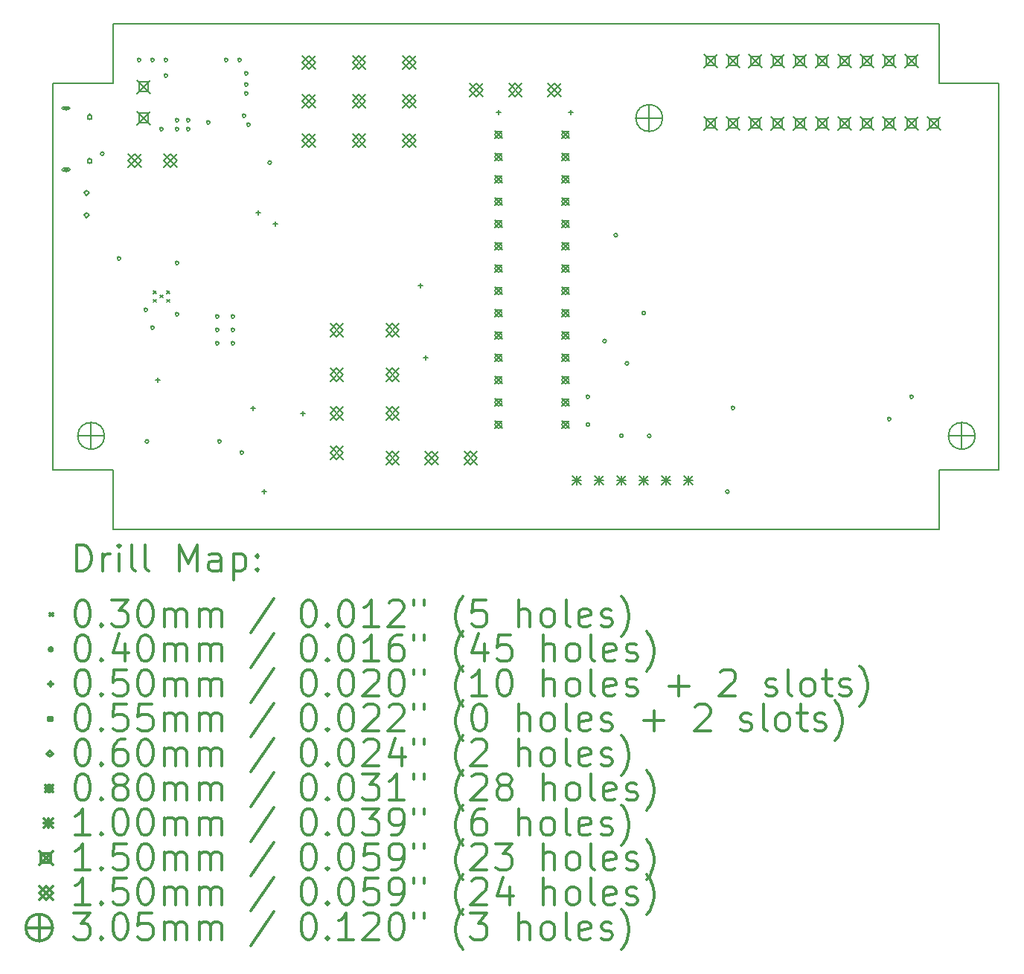
<source format=gbr>
%FSLAX45Y45*%
G04 Gerber Fmt 4.5, Leading zero omitted, Abs format (unit mm)*
G04 Created by KiCad (PCBNEW 4.0.5) date 04/03/17 19:29:16*
%MOMM*%
%LPD*%
G01*
G04 APERTURE LIST*
%ADD10C,0.127000*%
%ADD11C,0.150000*%
%ADD12C,0.200000*%
%ADD13C,0.300000*%
G04 APERTURE END LIST*
D10*
D11*
X19110000Y-7690000D02*
X19110000Y-7700000D01*
X9710000Y-7690000D02*
X19110000Y-7690000D01*
X9030000Y-12770000D02*
X9030000Y-8370000D01*
X9710000Y-13450000D02*
X9710000Y-13440000D01*
X19110000Y-13450000D02*
X9710000Y-13450000D01*
X19790000Y-8370000D02*
X19790000Y-12770000D01*
X19110000Y-12770000D02*
X19110000Y-13450000D01*
X19110000Y-12770000D02*
X19790000Y-12770000D01*
X19110000Y-8370000D02*
X19110000Y-7690000D01*
X19110000Y-8370000D02*
X19790000Y-8370000D01*
X9710000Y-8370000D02*
X9030000Y-8370000D01*
X9710000Y-8370000D02*
X9710000Y-7690000D01*
X9710000Y-12770000D02*
X9030000Y-12770000D01*
X9710000Y-12770000D02*
X9710000Y-13450000D01*
D12*
X10171600Y-10730000D02*
X10201600Y-10760000D01*
X10201600Y-10730000D02*
X10171600Y-10760000D01*
X10171600Y-10830000D02*
X10201600Y-10860000D01*
X10201600Y-10830000D02*
X10171600Y-10860000D01*
X10246600Y-10780000D02*
X10276600Y-10810000D01*
X10276600Y-10780000D02*
X10246600Y-10810000D01*
X10321600Y-10730000D02*
X10351600Y-10760000D01*
X10351600Y-10730000D02*
X10321600Y-10760000D01*
X10321600Y-10830000D02*
X10351600Y-10860000D01*
X10351600Y-10830000D02*
X10321600Y-10860000D01*
X9608500Y-9169400D02*
G75*
G03X9608500Y-9169400I-20000J0D01*
G01*
X9799000Y-10363200D02*
G75*
G03X9799000Y-10363200I-20000J0D01*
G01*
X10027600Y-8102600D02*
G75*
G03X10027600Y-8102600I-20000J0D01*
G01*
X10103800Y-10947400D02*
G75*
G03X10103800Y-10947400I-20000J0D01*
G01*
X10116500Y-12446000D02*
G75*
G03X10116500Y-12446000I-20000J0D01*
G01*
X10180000Y-8102600D02*
G75*
G03X10180000Y-8102600I-20000J0D01*
G01*
X10180000Y-11150600D02*
G75*
G03X10180000Y-11150600I-20000J0D01*
G01*
X10281600Y-8890000D02*
G75*
G03X10281600Y-8890000I-20000J0D01*
G01*
X10332400Y-8102600D02*
G75*
G03X10332400Y-8102600I-20000J0D01*
G01*
X10332400Y-8280400D02*
G75*
G03X10332400Y-8280400I-20000J0D01*
G01*
X10459400Y-8788400D02*
G75*
G03X10459400Y-8788400I-20000J0D01*
G01*
X10459400Y-8890000D02*
G75*
G03X10459400Y-8890000I-20000J0D01*
G01*
X10459400Y-10414000D02*
G75*
G03X10459400Y-10414000I-20000J0D01*
G01*
X10459400Y-10998200D02*
G75*
G03X10459400Y-10998200I-20000J0D01*
G01*
X10586400Y-8788400D02*
G75*
G03X10586400Y-8788400I-20000J0D01*
G01*
X10586400Y-8890000D02*
G75*
G03X10586400Y-8890000I-20000J0D01*
G01*
X10815000Y-8813800D02*
G75*
G03X10815000Y-8813800I-20000J0D01*
G01*
X10916600Y-11023600D02*
G75*
G03X10916600Y-11023600I-20000J0D01*
G01*
X10916600Y-11176000D02*
G75*
G03X10916600Y-11176000I-20000J0D01*
G01*
X10916600Y-11328400D02*
G75*
G03X10916600Y-11328400I-20000J0D01*
G01*
X10942000Y-12446000D02*
G75*
G03X10942000Y-12446000I-20000J0D01*
G01*
X11018200Y-8102600D02*
G75*
G03X11018200Y-8102600I-20000J0D01*
G01*
X11094400Y-11023600D02*
G75*
G03X11094400Y-11023600I-20000J0D01*
G01*
X11094400Y-11176000D02*
G75*
G03X11094400Y-11176000I-20000J0D01*
G01*
X11094400Y-11328400D02*
G75*
G03X11094400Y-11328400I-20000J0D01*
G01*
X11170600Y-8102600D02*
G75*
G03X11170600Y-8102600I-20000J0D01*
G01*
X11196000Y-12573000D02*
G75*
G03X11196000Y-12573000I-20000J0D01*
G01*
X11221400Y-8737600D02*
G75*
G03X11221400Y-8737600I-20000J0D01*
G01*
X11246800Y-8255000D02*
G75*
G03X11246800Y-8255000I-20000J0D01*
G01*
X11246800Y-8382000D02*
G75*
G03X11246800Y-8382000I-20000J0D01*
G01*
X11246800Y-8483600D02*
G75*
G03X11246800Y-8483600I-20000J0D01*
G01*
X11272200Y-8839200D02*
G75*
G03X11272200Y-8839200I-20000J0D01*
G01*
X11513500Y-9271000D02*
G75*
G03X11513500Y-9271000I-20000J0D01*
G01*
X15133000Y-11938000D02*
G75*
G03X15133000Y-11938000I-20000J0D01*
G01*
X15133000Y-12255500D02*
G75*
G03X15133000Y-12255500I-20000J0D01*
G01*
X15323500Y-11303000D02*
G75*
G03X15323500Y-11303000I-20000J0D01*
G01*
X15450500Y-10096500D02*
G75*
G03X15450500Y-10096500I-20000J0D01*
G01*
X15514000Y-12382500D02*
G75*
G03X15514000Y-12382500I-20000J0D01*
G01*
X15577500Y-11557000D02*
G75*
G03X15577500Y-11557000I-20000J0D01*
G01*
X15768000Y-10985500D02*
G75*
G03X15768000Y-10985500I-20000J0D01*
G01*
X15831500Y-12382500D02*
G75*
G03X15831500Y-12382500I-20000J0D01*
G01*
X16720500Y-13017500D02*
G75*
G03X16720500Y-13017500I-20000J0D01*
G01*
X16784000Y-12065000D02*
G75*
G03X16784000Y-12065000I-20000J0D01*
G01*
X18562000Y-12192000D02*
G75*
G03X18562000Y-12192000I-20000J0D01*
G01*
X18816000Y-11938000D02*
G75*
G03X18816000Y-11938000I-20000J0D01*
G01*
X9175254Y-8625910D02*
X9175254Y-8675910D01*
X9150254Y-8650910D02*
X9200254Y-8650910D01*
X9142754Y-8665910D02*
X9207754Y-8665910D01*
X9142754Y-8635910D02*
X9207754Y-8635910D01*
X9207754Y-8665910D02*
G75*
G03X9207754Y-8635910I0J15000D01*
G01*
X9142754Y-8635910D02*
G75*
G03X9142754Y-8665910I0J-15000D01*
G01*
X9175254Y-9325910D02*
X9175254Y-9375910D01*
X9150254Y-9350910D02*
X9200254Y-9350910D01*
X9142754Y-9365910D02*
X9207754Y-9365910D01*
X9142754Y-9335910D02*
X9207754Y-9335910D01*
X9207754Y-9365910D02*
G75*
G03X9207754Y-9335910I0J15000D01*
G01*
X9142754Y-9335910D02*
G75*
G03X9142754Y-9365910I0J-15000D01*
G01*
X10223500Y-11722500D02*
X10223500Y-11772500D01*
X10198500Y-11747500D02*
X10248500Y-11747500D01*
X11303000Y-12040000D02*
X11303000Y-12090000D01*
X11278000Y-12065000D02*
X11328000Y-12065000D01*
X11366500Y-9817500D02*
X11366500Y-9867500D01*
X11341500Y-9842500D02*
X11391500Y-9842500D01*
X11430000Y-12992500D02*
X11430000Y-13042500D01*
X11405000Y-13017500D02*
X11455000Y-13017500D01*
X11557000Y-9944500D02*
X11557000Y-9994500D01*
X11532000Y-9969500D02*
X11582000Y-9969500D01*
X11874500Y-12103500D02*
X11874500Y-12153500D01*
X11849500Y-12128500D02*
X11899500Y-12128500D01*
X13208000Y-10643000D02*
X13208000Y-10693000D01*
X13183000Y-10668000D02*
X13233000Y-10668000D01*
X13271500Y-11468500D02*
X13271500Y-11518500D01*
X13246500Y-11493500D02*
X13296500Y-11493500D01*
X14097000Y-8674500D02*
X14097000Y-8724500D01*
X14072000Y-8699500D02*
X14122000Y-8699500D01*
X14922500Y-8674500D02*
X14922500Y-8724500D01*
X14897500Y-8699500D02*
X14947500Y-8699500D01*
X9464700Y-8770356D02*
X9464700Y-8731464D01*
X9425808Y-8731464D01*
X9425808Y-8770356D01*
X9464700Y-8770356D01*
X9427754Y-8735910D02*
X9427754Y-8765910D01*
X9462754Y-8735910D02*
X9462754Y-8765910D01*
X9427754Y-8765910D02*
G75*
G03X9462754Y-8765910I17500J0D01*
G01*
X9462754Y-8735910D02*
G75*
G03X9427754Y-8735910I-17500J0D01*
G01*
X9464700Y-9270356D02*
X9464700Y-9231464D01*
X9425808Y-9231464D01*
X9425808Y-9270356D01*
X9464700Y-9270356D01*
X9427754Y-9235910D02*
X9427754Y-9265910D01*
X9462754Y-9235910D02*
X9462754Y-9265910D01*
X9427754Y-9265910D02*
G75*
G03X9462754Y-9265910I17500J0D01*
G01*
X9462754Y-9235910D02*
G75*
G03X9427754Y-9235910I-17500J0D01*
G01*
X9410700Y-9643900D02*
X9440700Y-9613900D01*
X9410700Y-9583900D01*
X9380700Y-9613900D01*
X9410700Y-9643900D01*
X9410700Y-9897900D02*
X9440700Y-9867900D01*
X9410700Y-9837900D01*
X9380700Y-9867900D01*
X9410700Y-9897900D01*
X14057000Y-8913500D02*
X14137000Y-8993500D01*
X14137000Y-8913500D02*
X14057000Y-8993500D01*
X14137000Y-8953500D02*
G75*
G03X14137000Y-8953500I-40000J0D01*
G01*
X14057000Y-9167500D02*
X14137000Y-9247500D01*
X14137000Y-9167500D02*
X14057000Y-9247500D01*
X14137000Y-9207500D02*
G75*
G03X14137000Y-9207500I-40000J0D01*
G01*
X14057000Y-9421500D02*
X14137000Y-9501500D01*
X14137000Y-9421500D02*
X14057000Y-9501500D01*
X14137000Y-9461500D02*
G75*
G03X14137000Y-9461500I-40000J0D01*
G01*
X14057000Y-9675500D02*
X14137000Y-9755500D01*
X14137000Y-9675500D02*
X14057000Y-9755500D01*
X14137000Y-9715500D02*
G75*
G03X14137000Y-9715500I-40000J0D01*
G01*
X14057000Y-9929500D02*
X14137000Y-10009500D01*
X14137000Y-9929500D02*
X14057000Y-10009500D01*
X14137000Y-9969500D02*
G75*
G03X14137000Y-9969500I-40000J0D01*
G01*
X14057000Y-10183500D02*
X14137000Y-10263500D01*
X14137000Y-10183500D02*
X14057000Y-10263500D01*
X14137000Y-10223500D02*
G75*
G03X14137000Y-10223500I-40000J0D01*
G01*
X14057000Y-10437500D02*
X14137000Y-10517500D01*
X14137000Y-10437500D02*
X14057000Y-10517500D01*
X14137000Y-10477500D02*
G75*
G03X14137000Y-10477500I-40000J0D01*
G01*
X14057000Y-10691500D02*
X14137000Y-10771500D01*
X14137000Y-10691500D02*
X14057000Y-10771500D01*
X14137000Y-10731500D02*
G75*
G03X14137000Y-10731500I-40000J0D01*
G01*
X14057000Y-10945500D02*
X14137000Y-11025500D01*
X14137000Y-10945500D02*
X14057000Y-11025500D01*
X14137000Y-10985500D02*
G75*
G03X14137000Y-10985500I-40000J0D01*
G01*
X14057000Y-11199500D02*
X14137000Y-11279500D01*
X14137000Y-11199500D02*
X14057000Y-11279500D01*
X14137000Y-11239500D02*
G75*
G03X14137000Y-11239500I-40000J0D01*
G01*
X14057000Y-11453500D02*
X14137000Y-11533500D01*
X14137000Y-11453500D02*
X14057000Y-11533500D01*
X14137000Y-11493500D02*
G75*
G03X14137000Y-11493500I-40000J0D01*
G01*
X14057000Y-11707500D02*
X14137000Y-11787500D01*
X14137000Y-11707500D02*
X14057000Y-11787500D01*
X14137000Y-11747500D02*
G75*
G03X14137000Y-11747500I-40000J0D01*
G01*
X14057000Y-11961500D02*
X14137000Y-12041500D01*
X14137000Y-11961500D02*
X14057000Y-12041500D01*
X14137000Y-12001500D02*
G75*
G03X14137000Y-12001500I-40000J0D01*
G01*
X14057000Y-12215500D02*
X14137000Y-12295500D01*
X14137000Y-12215500D02*
X14057000Y-12295500D01*
X14137000Y-12255500D02*
G75*
G03X14137000Y-12255500I-40000J0D01*
G01*
X14819000Y-8913500D02*
X14899000Y-8993500D01*
X14899000Y-8913500D02*
X14819000Y-8993500D01*
X14899000Y-8953500D02*
G75*
G03X14899000Y-8953500I-40000J0D01*
G01*
X14819000Y-9167500D02*
X14899000Y-9247500D01*
X14899000Y-9167500D02*
X14819000Y-9247500D01*
X14899000Y-9207500D02*
G75*
G03X14899000Y-9207500I-40000J0D01*
G01*
X14819000Y-9421500D02*
X14899000Y-9501500D01*
X14899000Y-9421500D02*
X14819000Y-9501500D01*
X14899000Y-9461500D02*
G75*
G03X14899000Y-9461500I-40000J0D01*
G01*
X14819000Y-9675500D02*
X14899000Y-9755500D01*
X14899000Y-9675500D02*
X14819000Y-9755500D01*
X14899000Y-9715500D02*
G75*
G03X14899000Y-9715500I-40000J0D01*
G01*
X14819000Y-9929500D02*
X14899000Y-10009500D01*
X14899000Y-9929500D02*
X14819000Y-10009500D01*
X14899000Y-9969500D02*
G75*
G03X14899000Y-9969500I-40000J0D01*
G01*
X14819000Y-10183500D02*
X14899000Y-10263500D01*
X14899000Y-10183500D02*
X14819000Y-10263500D01*
X14899000Y-10223500D02*
G75*
G03X14899000Y-10223500I-40000J0D01*
G01*
X14819000Y-10437500D02*
X14899000Y-10517500D01*
X14899000Y-10437500D02*
X14819000Y-10517500D01*
X14899000Y-10477500D02*
G75*
G03X14899000Y-10477500I-40000J0D01*
G01*
X14819000Y-10691500D02*
X14899000Y-10771500D01*
X14899000Y-10691500D02*
X14819000Y-10771500D01*
X14899000Y-10731500D02*
G75*
G03X14899000Y-10731500I-40000J0D01*
G01*
X14819000Y-10945500D02*
X14899000Y-11025500D01*
X14899000Y-10945500D02*
X14819000Y-11025500D01*
X14899000Y-10985500D02*
G75*
G03X14899000Y-10985500I-40000J0D01*
G01*
X14819000Y-11199500D02*
X14899000Y-11279500D01*
X14899000Y-11199500D02*
X14819000Y-11279500D01*
X14899000Y-11239500D02*
G75*
G03X14899000Y-11239500I-40000J0D01*
G01*
X14819000Y-11453500D02*
X14899000Y-11533500D01*
X14899000Y-11453500D02*
X14819000Y-11533500D01*
X14899000Y-11493500D02*
G75*
G03X14899000Y-11493500I-40000J0D01*
G01*
X14819000Y-11707500D02*
X14899000Y-11787500D01*
X14899000Y-11707500D02*
X14819000Y-11787500D01*
X14899000Y-11747500D02*
G75*
G03X14899000Y-11747500I-40000J0D01*
G01*
X14819000Y-11961500D02*
X14899000Y-12041500D01*
X14899000Y-11961500D02*
X14819000Y-12041500D01*
X14899000Y-12001500D02*
G75*
G03X14899000Y-12001500I-40000J0D01*
G01*
X14819000Y-12215500D02*
X14899000Y-12295500D01*
X14899000Y-12215500D02*
X14819000Y-12295500D01*
X14899000Y-12255500D02*
G75*
G03X14899000Y-12255500I-40000J0D01*
G01*
X14936000Y-12840500D02*
X15036000Y-12940500D01*
X15036000Y-12840500D02*
X14936000Y-12940500D01*
X14986000Y-12840500D02*
X14986000Y-12940500D01*
X14936000Y-12890500D02*
X15036000Y-12890500D01*
X15190000Y-12840500D02*
X15290000Y-12940500D01*
X15290000Y-12840500D02*
X15190000Y-12940500D01*
X15240000Y-12840500D02*
X15240000Y-12940500D01*
X15190000Y-12890500D02*
X15290000Y-12890500D01*
X15444000Y-12840500D02*
X15544000Y-12940500D01*
X15544000Y-12840500D02*
X15444000Y-12940500D01*
X15494000Y-12840500D02*
X15494000Y-12940500D01*
X15444000Y-12890500D02*
X15544000Y-12890500D01*
X15698000Y-12840500D02*
X15798000Y-12940500D01*
X15798000Y-12840500D02*
X15698000Y-12940500D01*
X15748000Y-12840500D02*
X15748000Y-12940500D01*
X15698000Y-12890500D02*
X15798000Y-12890500D01*
X15952000Y-12840500D02*
X16052000Y-12940500D01*
X16052000Y-12840500D02*
X15952000Y-12940500D01*
X16002000Y-12840500D02*
X16002000Y-12940500D01*
X15952000Y-12890500D02*
X16052000Y-12890500D01*
X16206000Y-12840500D02*
X16306000Y-12940500D01*
X16306000Y-12840500D02*
X16206000Y-12940500D01*
X16256000Y-12840500D02*
X16256000Y-12940500D01*
X16206000Y-12890500D02*
X16306000Y-12890500D01*
X9983400Y-8332400D02*
X10133400Y-8482400D01*
X10133400Y-8332400D02*
X9983400Y-8482400D01*
X10111434Y-8460434D02*
X10111434Y-8354366D01*
X10005367Y-8354366D01*
X10005367Y-8460434D01*
X10111434Y-8460434D01*
X9983400Y-8688000D02*
X10133400Y-8838000D01*
X10133400Y-8688000D02*
X9983400Y-8838000D01*
X10111434Y-8816034D02*
X10111434Y-8709967D01*
X10005367Y-8709967D01*
X10005367Y-8816034D01*
X10111434Y-8816034D01*
X16435000Y-8040300D02*
X16585000Y-8190300D01*
X16585000Y-8040300D02*
X16435000Y-8190300D01*
X16563033Y-8168333D02*
X16563033Y-8062266D01*
X16456966Y-8062266D01*
X16456966Y-8168333D01*
X16563033Y-8168333D01*
X16435000Y-8751500D02*
X16585000Y-8901500D01*
X16585000Y-8751500D02*
X16435000Y-8901500D01*
X16563033Y-8879534D02*
X16563033Y-8773467D01*
X16456966Y-8773467D01*
X16456966Y-8879534D01*
X16563033Y-8879534D01*
X16689000Y-8040300D02*
X16839000Y-8190300D01*
X16839000Y-8040300D02*
X16689000Y-8190300D01*
X16817034Y-8168333D02*
X16817034Y-8062266D01*
X16710966Y-8062266D01*
X16710966Y-8168333D01*
X16817034Y-8168333D01*
X16689000Y-8751500D02*
X16839000Y-8901500D01*
X16839000Y-8751500D02*
X16689000Y-8901500D01*
X16817034Y-8879534D02*
X16817034Y-8773467D01*
X16710966Y-8773467D01*
X16710966Y-8879534D01*
X16817034Y-8879534D01*
X16943000Y-8040300D02*
X17093000Y-8190300D01*
X17093000Y-8040300D02*
X16943000Y-8190300D01*
X17071034Y-8168333D02*
X17071034Y-8062266D01*
X16964967Y-8062266D01*
X16964967Y-8168333D01*
X17071034Y-8168333D01*
X16943000Y-8751500D02*
X17093000Y-8901500D01*
X17093000Y-8751500D02*
X16943000Y-8901500D01*
X17071034Y-8879534D02*
X17071034Y-8773467D01*
X16964967Y-8773467D01*
X16964967Y-8879534D01*
X17071034Y-8879534D01*
X17197000Y-8040300D02*
X17347000Y-8190300D01*
X17347000Y-8040300D02*
X17197000Y-8190300D01*
X17325034Y-8168333D02*
X17325034Y-8062266D01*
X17218967Y-8062266D01*
X17218967Y-8168333D01*
X17325034Y-8168333D01*
X17197000Y-8751500D02*
X17347000Y-8901500D01*
X17347000Y-8751500D02*
X17197000Y-8901500D01*
X17325034Y-8879534D02*
X17325034Y-8773467D01*
X17218967Y-8773467D01*
X17218967Y-8879534D01*
X17325034Y-8879534D01*
X17451000Y-8040300D02*
X17601000Y-8190300D01*
X17601000Y-8040300D02*
X17451000Y-8190300D01*
X17579034Y-8168333D02*
X17579034Y-8062266D01*
X17472967Y-8062266D01*
X17472967Y-8168333D01*
X17579034Y-8168333D01*
X17451000Y-8751500D02*
X17601000Y-8901500D01*
X17601000Y-8751500D02*
X17451000Y-8901500D01*
X17579034Y-8879534D02*
X17579034Y-8773467D01*
X17472967Y-8773467D01*
X17472967Y-8879534D01*
X17579034Y-8879534D01*
X17705000Y-8040300D02*
X17855000Y-8190300D01*
X17855000Y-8040300D02*
X17705000Y-8190300D01*
X17833034Y-8168333D02*
X17833034Y-8062266D01*
X17726967Y-8062266D01*
X17726967Y-8168333D01*
X17833034Y-8168333D01*
X17705000Y-8751500D02*
X17855000Y-8901500D01*
X17855000Y-8751500D02*
X17705000Y-8901500D01*
X17833034Y-8879534D02*
X17833034Y-8773467D01*
X17726967Y-8773467D01*
X17726967Y-8879534D01*
X17833034Y-8879534D01*
X17959000Y-8040300D02*
X18109000Y-8190300D01*
X18109000Y-8040300D02*
X17959000Y-8190300D01*
X18087034Y-8168333D02*
X18087034Y-8062266D01*
X17980967Y-8062266D01*
X17980967Y-8168333D01*
X18087034Y-8168333D01*
X17959000Y-8751500D02*
X18109000Y-8901500D01*
X18109000Y-8751500D02*
X17959000Y-8901500D01*
X18087034Y-8879534D02*
X18087034Y-8773467D01*
X17980967Y-8773467D01*
X17980967Y-8879534D01*
X18087034Y-8879534D01*
X18213000Y-8040300D02*
X18363000Y-8190300D01*
X18363000Y-8040300D02*
X18213000Y-8190300D01*
X18341034Y-8168333D02*
X18341034Y-8062266D01*
X18234967Y-8062266D01*
X18234967Y-8168333D01*
X18341034Y-8168333D01*
X18213000Y-8751500D02*
X18363000Y-8901500D01*
X18363000Y-8751500D02*
X18213000Y-8901500D01*
X18341034Y-8879534D02*
X18341034Y-8773467D01*
X18234967Y-8773467D01*
X18234967Y-8879534D01*
X18341034Y-8879534D01*
X18467000Y-8040300D02*
X18617000Y-8190300D01*
X18617000Y-8040300D02*
X18467000Y-8190300D01*
X18595034Y-8168333D02*
X18595034Y-8062266D01*
X18488967Y-8062266D01*
X18488967Y-8168333D01*
X18595034Y-8168333D01*
X18467000Y-8751500D02*
X18617000Y-8901500D01*
X18617000Y-8751500D02*
X18467000Y-8901500D01*
X18595034Y-8879534D02*
X18595034Y-8773467D01*
X18488967Y-8773467D01*
X18488967Y-8879534D01*
X18595034Y-8879534D01*
X18721000Y-8040300D02*
X18871000Y-8190300D01*
X18871000Y-8040300D02*
X18721000Y-8190300D01*
X18849034Y-8168333D02*
X18849034Y-8062266D01*
X18742967Y-8062266D01*
X18742967Y-8168333D01*
X18849034Y-8168333D01*
X18721000Y-8751500D02*
X18871000Y-8901500D01*
X18871000Y-8751500D02*
X18721000Y-8901500D01*
X18849034Y-8879534D02*
X18849034Y-8773467D01*
X18742967Y-8773467D01*
X18742967Y-8879534D01*
X18849034Y-8879534D01*
X18975000Y-8751500D02*
X19125000Y-8901500D01*
X19125000Y-8751500D02*
X18975000Y-8901500D01*
X19103034Y-8879534D02*
X19103034Y-8773467D01*
X18996967Y-8773467D01*
X18996967Y-8879534D01*
X19103034Y-8879534D01*
X9881743Y-9170543D02*
X10031857Y-9320657D01*
X10031857Y-9170543D02*
X9881743Y-9320657D01*
X9956800Y-9320657D02*
X10031857Y-9245600D01*
X9956800Y-9170543D01*
X9881743Y-9245600D01*
X9956800Y-9320657D01*
X10288143Y-9170543D02*
X10438257Y-9320657D01*
X10438257Y-9170543D02*
X10288143Y-9320657D01*
X10363200Y-9320657D02*
X10438257Y-9245600D01*
X10363200Y-9170543D01*
X10288143Y-9245600D01*
X10363200Y-9320657D01*
X11862943Y-8052943D02*
X12013057Y-8203057D01*
X12013057Y-8052943D02*
X11862943Y-8203057D01*
X11938000Y-8203057D02*
X12013057Y-8128000D01*
X11938000Y-8052943D01*
X11862943Y-8128000D01*
X11938000Y-8203057D01*
X11862943Y-8497443D02*
X12013057Y-8647557D01*
X12013057Y-8497443D02*
X11862943Y-8647557D01*
X11938000Y-8647557D02*
X12013057Y-8572500D01*
X11938000Y-8497443D01*
X11862943Y-8572500D01*
X11938000Y-8647557D01*
X11862943Y-8941943D02*
X12013057Y-9092057D01*
X12013057Y-8941943D02*
X11862943Y-9092057D01*
X11938000Y-9092057D02*
X12013057Y-9017000D01*
X11938000Y-8941943D01*
X11862943Y-9017000D01*
X11938000Y-9092057D01*
X12180443Y-11100943D02*
X12330557Y-11251057D01*
X12330557Y-11100943D02*
X12180443Y-11251057D01*
X12255500Y-11251057D02*
X12330557Y-11176000D01*
X12255500Y-11100943D01*
X12180443Y-11176000D01*
X12255500Y-11251057D01*
X12180443Y-11608943D02*
X12330557Y-11759057D01*
X12330557Y-11608943D02*
X12180443Y-11759057D01*
X12255500Y-11759057D02*
X12330557Y-11684000D01*
X12255500Y-11608943D01*
X12180443Y-11684000D01*
X12255500Y-11759057D01*
X12180443Y-12053443D02*
X12330557Y-12203557D01*
X12330557Y-12053443D02*
X12180443Y-12203557D01*
X12255500Y-12203557D02*
X12330557Y-12128500D01*
X12255500Y-12053443D01*
X12180443Y-12128500D01*
X12255500Y-12203557D01*
X12180443Y-12497943D02*
X12330557Y-12648057D01*
X12330557Y-12497943D02*
X12180443Y-12648057D01*
X12255500Y-12648057D02*
X12330557Y-12573000D01*
X12255500Y-12497943D01*
X12180443Y-12573000D01*
X12255500Y-12648057D01*
X12434443Y-8052943D02*
X12584557Y-8203057D01*
X12584557Y-8052943D02*
X12434443Y-8203057D01*
X12509500Y-8203057D02*
X12584557Y-8128000D01*
X12509500Y-8052943D01*
X12434443Y-8128000D01*
X12509500Y-8203057D01*
X12434443Y-8497443D02*
X12584557Y-8647557D01*
X12584557Y-8497443D02*
X12434443Y-8647557D01*
X12509500Y-8647557D02*
X12584557Y-8572500D01*
X12509500Y-8497443D01*
X12434443Y-8572500D01*
X12509500Y-8647557D01*
X12434443Y-8941943D02*
X12584557Y-9092057D01*
X12584557Y-8941943D02*
X12434443Y-9092057D01*
X12509500Y-9092057D02*
X12584557Y-9017000D01*
X12509500Y-8941943D01*
X12434443Y-9017000D01*
X12509500Y-9092057D01*
X12815443Y-11100943D02*
X12965557Y-11251057D01*
X12965557Y-11100943D02*
X12815443Y-11251057D01*
X12890500Y-11251057D02*
X12965557Y-11176000D01*
X12890500Y-11100943D01*
X12815443Y-11176000D01*
X12890500Y-11251057D01*
X12815443Y-11608943D02*
X12965557Y-11759057D01*
X12965557Y-11608943D02*
X12815443Y-11759057D01*
X12890500Y-11759057D02*
X12965557Y-11684000D01*
X12890500Y-11608943D01*
X12815443Y-11684000D01*
X12890500Y-11759057D01*
X12815443Y-12053443D02*
X12965557Y-12203557D01*
X12965557Y-12053443D02*
X12815443Y-12203557D01*
X12890500Y-12203557D02*
X12965557Y-12128500D01*
X12890500Y-12053443D01*
X12815443Y-12128500D01*
X12890500Y-12203557D01*
X12815443Y-12561443D02*
X12965557Y-12711557D01*
X12965557Y-12561443D02*
X12815443Y-12711557D01*
X12890500Y-12711557D02*
X12965557Y-12636500D01*
X12890500Y-12561443D01*
X12815443Y-12636500D01*
X12890500Y-12711557D01*
X13005943Y-8052943D02*
X13156057Y-8203057D01*
X13156057Y-8052943D02*
X13005943Y-8203057D01*
X13081000Y-8203057D02*
X13156057Y-8128000D01*
X13081000Y-8052943D01*
X13005943Y-8128000D01*
X13081000Y-8203057D01*
X13005943Y-8497443D02*
X13156057Y-8647557D01*
X13156057Y-8497443D02*
X13005943Y-8647557D01*
X13081000Y-8647557D02*
X13156057Y-8572500D01*
X13081000Y-8497443D01*
X13005943Y-8572500D01*
X13081000Y-8647557D01*
X13005943Y-8941943D02*
X13156057Y-9092057D01*
X13156057Y-8941943D02*
X13005943Y-9092057D01*
X13081000Y-9092057D02*
X13156057Y-9017000D01*
X13081000Y-8941943D01*
X13005943Y-9017000D01*
X13081000Y-9092057D01*
X13259943Y-12561443D02*
X13410057Y-12711557D01*
X13410057Y-12561443D02*
X13259943Y-12711557D01*
X13335000Y-12711557D02*
X13410057Y-12636500D01*
X13335000Y-12561443D01*
X13259943Y-12636500D01*
X13335000Y-12711557D01*
X13704443Y-12561443D02*
X13854557Y-12711557D01*
X13854557Y-12561443D02*
X13704443Y-12711557D01*
X13779500Y-12711557D02*
X13854557Y-12636500D01*
X13779500Y-12561443D01*
X13704443Y-12636500D01*
X13779500Y-12711557D01*
X13767943Y-8370443D02*
X13918057Y-8520557D01*
X13918057Y-8370443D02*
X13767943Y-8520557D01*
X13843000Y-8520557D02*
X13918057Y-8445500D01*
X13843000Y-8370443D01*
X13767943Y-8445500D01*
X13843000Y-8520557D01*
X14212443Y-8370443D02*
X14362557Y-8520557D01*
X14362557Y-8370443D02*
X14212443Y-8520557D01*
X14287500Y-8520557D02*
X14362557Y-8445500D01*
X14287500Y-8370443D01*
X14212443Y-8445500D01*
X14287500Y-8520557D01*
X14656943Y-8370443D02*
X14807057Y-8520557D01*
X14807057Y-8370443D02*
X14656943Y-8520557D01*
X14732000Y-8520557D02*
X14807057Y-8445500D01*
X14732000Y-8370443D01*
X14656943Y-8445500D01*
X14732000Y-8520557D01*
X9461500Y-12230100D02*
X9461500Y-12534900D01*
X9309100Y-12382500D02*
X9613900Y-12382500D01*
X9613900Y-12382500D02*
G75*
G03X9613900Y-12382500I-152400J0D01*
G01*
X15811500Y-8610600D02*
X15811500Y-8915400D01*
X15659100Y-8763000D02*
X15963900Y-8763000D01*
X15963900Y-8763000D02*
G75*
G03X15963900Y-8763000I-152400J0D01*
G01*
X19367500Y-12230100D02*
X19367500Y-12534900D01*
X19215100Y-12382500D02*
X19519900Y-12382500D01*
X19519900Y-12382500D02*
G75*
G03X19519900Y-12382500I-152400J0D01*
G01*
D13*
X9293929Y-13923214D02*
X9293929Y-13623214D01*
X9365357Y-13623214D01*
X9408214Y-13637500D01*
X9436786Y-13666071D01*
X9451071Y-13694643D01*
X9465357Y-13751786D01*
X9465357Y-13794643D01*
X9451071Y-13851786D01*
X9436786Y-13880357D01*
X9408214Y-13908929D01*
X9365357Y-13923214D01*
X9293929Y-13923214D01*
X9593929Y-13923214D02*
X9593929Y-13723214D01*
X9593929Y-13780357D02*
X9608214Y-13751786D01*
X9622500Y-13737500D01*
X9651071Y-13723214D01*
X9679643Y-13723214D01*
X9779643Y-13923214D02*
X9779643Y-13723214D01*
X9779643Y-13623214D02*
X9765357Y-13637500D01*
X9779643Y-13651786D01*
X9793929Y-13637500D01*
X9779643Y-13623214D01*
X9779643Y-13651786D01*
X9965357Y-13923214D02*
X9936786Y-13908929D01*
X9922500Y-13880357D01*
X9922500Y-13623214D01*
X10122500Y-13923214D02*
X10093929Y-13908929D01*
X10079643Y-13880357D01*
X10079643Y-13623214D01*
X10465357Y-13923214D02*
X10465357Y-13623214D01*
X10565357Y-13837500D01*
X10665357Y-13623214D01*
X10665357Y-13923214D01*
X10936786Y-13923214D02*
X10936786Y-13766071D01*
X10922500Y-13737500D01*
X10893929Y-13723214D01*
X10836786Y-13723214D01*
X10808214Y-13737500D01*
X10936786Y-13908929D02*
X10908214Y-13923214D01*
X10836786Y-13923214D01*
X10808214Y-13908929D01*
X10793929Y-13880357D01*
X10793929Y-13851786D01*
X10808214Y-13823214D01*
X10836786Y-13808929D01*
X10908214Y-13808929D01*
X10936786Y-13794643D01*
X11079643Y-13723214D02*
X11079643Y-14023214D01*
X11079643Y-13737500D02*
X11108214Y-13723214D01*
X11165357Y-13723214D01*
X11193928Y-13737500D01*
X11208214Y-13751786D01*
X11222500Y-13780357D01*
X11222500Y-13866071D01*
X11208214Y-13894643D01*
X11193928Y-13908929D01*
X11165357Y-13923214D01*
X11108214Y-13923214D01*
X11079643Y-13908929D01*
X11351071Y-13894643D02*
X11365357Y-13908929D01*
X11351071Y-13923214D01*
X11336786Y-13908929D01*
X11351071Y-13894643D01*
X11351071Y-13923214D01*
X11351071Y-13737500D02*
X11365357Y-13751786D01*
X11351071Y-13766071D01*
X11336786Y-13751786D01*
X11351071Y-13737500D01*
X11351071Y-13766071D01*
X8992500Y-14402500D02*
X9022500Y-14432500D01*
X9022500Y-14402500D02*
X8992500Y-14432500D01*
X9351071Y-14253214D02*
X9379643Y-14253214D01*
X9408214Y-14267500D01*
X9422500Y-14281786D01*
X9436786Y-14310357D01*
X9451071Y-14367500D01*
X9451071Y-14438929D01*
X9436786Y-14496071D01*
X9422500Y-14524643D01*
X9408214Y-14538929D01*
X9379643Y-14553214D01*
X9351071Y-14553214D01*
X9322500Y-14538929D01*
X9308214Y-14524643D01*
X9293929Y-14496071D01*
X9279643Y-14438929D01*
X9279643Y-14367500D01*
X9293929Y-14310357D01*
X9308214Y-14281786D01*
X9322500Y-14267500D01*
X9351071Y-14253214D01*
X9579643Y-14524643D02*
X9593929Y-14538929D01*
X9579643Y-14553214D01*
X9565357Y-14538929D01*
X9579643Y-14524643D01*
X9579643Y-14553214D01*
X9693928Y-14253214D02*
X9879643Y-14253214D01*
X9779643Y-14367500D01*
X9822500Y-14367500D01*
X9851071Y-14381786D01*
X9865357Y-14396071D01*
X9879643Y-14424643D01*
X9879643Y-14496071D01*
X9865357Y-14524643D01*
X9851071Y-14538929D01*
X9822500Y-14553214D01*
X9736786Y-14553214D01*
X9708214Y-14538929D01*
X9693928Y-14524643D01*
X10065357Y-14253214D02*
X10093929Y-14253214D01*
X10122500Y-14267500D01*
X10136786Y-14281786D01*
X10151071Y-14310357D01*
X10165357Y-14367500D01*
X10165357Y-14438929D01*
X10151071Y-14496071D01*
X10136786Y-14524643D01*
X10122500Y-14538929D01*
X10093929Y-14553214D01*
X10065357Y-14553214D01*
X10036786Y-14538929D01*
X10022500Y-14524643D01*
X10008214Y-14496071D01*
X9993929Y-14438929D01*
X9993929Y-14367500D01*
X10008214Y-14310357D01*
X10022500Y-14281786D01*
X10036786Y-14267500D01*
X10065357Y-14253214D01*
X10293929Y-14553214D02*
X10293929Y-14353214D01*
X10293929Y-14381786D02*
X10308214Y-14367500D01*
X10336786Y-14353214D01*
X10379643Y-14353214D01*
X10408214Y-14367500D01*
X10422500Y-14396071D01*
X10422500Y-14553214D01*
X10422500Y-14396071D02*
X10436786Y-14367500D01*
X10465357Y-14353214D01*
X10508214Y-14353214D01*
X10536786Y-14367500D01*
X10551071Y-14396071D01*
X10551071Y-14553214D01*
X10693929Y-14553214D02*
X10693929Y-14353214D01*
X10693929Y-14381786D02*
X10708214Y-14367500D01*
X10736786Y-14353214D01*
X10779643Y-14353214D01*
X10808214Y-14367500D01*
X10822500Y-14396071D01*
X10822500Y-14553214D01*
X10822500Y-14396071D02*
X10836786Y-14367500D01*
X10865357Y-14353214D01*
X10908214Y-14353214D01*
X10936786Y-14367500D01*
X10951071Y-14396071D01*
X10951071Y-14553214D01*
X11536786Y-14238929D02*
X11279643Y-14624643D01*
X11922500Y-14253214D02*
X11951071Y-14253214D01*
X11979643Y-14267500D01*
X11993928Y-14281786D01*
X12008214Y-14310357D01*
X12022500Y-14367500D01*
X12022500Y-14438929D01*
X12008214Y-14496071D01*
X11993928Y-14524643D01*
X11979643Y-14538929D01*
X11951071Y-14553214D01*
X11922500Y-14553214D01*
X11893928Y-14538929D01*
X11879643Y-14524643D01*
X11865357Y-14496071D01*
X11851071Y-14438929D01*
X11851071Y-14367500D01*
X11865357Y-14310357D01*
X11879643Y-14281786D01*
X11893928Y-14267500D01*
X11922500Y-14253214D01*
X12151071Y-14524643D02*
X12165357Y-14538929D01*
X12151071Y-14553214D01*
X12136786Y-14538929D01*
X12151071Y-14524643D01*
X12151071Y-14553214D01*
X12351071Y-14253214D02*
X12379643Y-14253214D01*
X12408214Y-14267500D01*
X12422500Y-14281786D01*
X12436785Y-14310357D01*
X12451071Y-14367500D01*
X12451071Y-14438929D01*
X12436785Y-14496071D01*
X12422500Y-14524643D01*
X12408214Y-14538929D01*
X12379643Y-14553214D01*
X12351071Y-14553214D01*
X12322500Y-14538929D01*
X12308214Y-14524643D01*
X12293928Y-14496071D01*
X12279643Y-14438929D01*
X12279643Y-14367500D01*
X12293928Y-14310357D01*
X12308214Y-14281786D01*
X12322500Y-14267500D01*
X12351071Y-14253214D01*
X12736785Y-14553214D02*
X12565357Y-14553214D01*
X12651071Y-14553214D02*
X12651071Y-14253214D01*
X12622500Y-14296071D01*
X12593928Y-14324643D01*
X12565357Y-14338929D01*
X12851071Y-14281786D02*
X12865357Y-14267500D01*
X12893928Y-14253214D01*
X12965357Y-14253214D01*
X12993928Y-14267500D01*
X13008214Y-14281786D01*
X13022500Y-14310357D01*
X13022500Y-14338929D01*
X13008214Y-14381786D01*
X12836785Y-14553214D01*
X13022500Y-14553214D01*
X13136786Y-14253214D02*
X13136786Y-14310357D01*
X13251071Y-14253214D02*
X13251071Y-14310357D01*
X13693928Y-14667500D02*
X13679643Y-14653214D01*
X13651071Y-14610357D01*
X13636785Y-14581786D01*
X13622500Y-14538929D01*
X13608214Y-14467500D01*
X13608214Y-14410357D01*
X13622500Y-14338929D01*
X13636785Y-14296071D01*
X13651071Y-14267500D01*
X13679643Y-14224643D01*
X13693928Y-14210357D01*
X13951071Y-14253214D02*
X13808214Y-14253214D01*
X13793928Y-14396071D01*
X13808214Y-14381786D01*
X13836785Y-14367500D01*
X13908214Y-14367500D01*
X13936785Y-14381786D01*
X13951071Y-14396071D01*
X13965357Y-14424643D01*
X13965357Y-14496071D01*
X13951071Y-14524643D01*
X13936785Y-14538929D01*
X13908214Y-14553214D01*
X13836785Y-14553214D01*
X13808214Y-14538929D01*
X13793928Y-14524643D01*
X14322500Y-14553214D02*
X14322500Y-14253214D01*
X14451071Y-14553214D02*
X14451071Y-14396071D01*
X14436785Y-14367500D01*
X14408214Y-14353214D01*
X14365357Y-14353214D01*
X14336785Y-14367500D01*
X14322500Y-14381786D01*
X14636785Y-14553214D02*
X14608214Y-14538929D01*
X14593928Y-14524643D01*
X14579643Y-14496071D01*
X14579643Y-14410357D01*
X14593928Y-14381786D01*
X14608214Y-14367500D01*
X14636785Y-14353214D01*
X14679643Y-14353214D01*
X14708214Y-14367500D01*
X14722500Y-14381786D01*
X14736785Y-14410357D01*
X14736785Y-14496071D01*
X14722500Y-14524643D01*
X14708214Y-14538929D01*
X14679643Y-14553214D01*
X14636785Y-14553214D01*
X14908214Y-14553214D02*
X14879643Y-14538929D01*
X14865357Y-14510357D01*
X14865357Y-14253214D01*
X15136786Y-14538929D02*
X15108214Y-14553214D01*
X15051071Y-14553214D01*
X15022500Y-14538929D01*
X15008214Y-14510357D01*
X15008214Y-14396071D01*
X15022500Y-14367500D01*
X15051071Y-14353214D01*
X15108214Y-14353214D01*
X15136786Y-14367500D01*
X15151071Y-14396071D01*
X15151071Y-14424643D01*
X15008214Y-14453214D01*
X15265357Y-14538929D02*
X15293928Y-14553214D01*
X15351071Y-14553214D01*
X15379643Y-14538929D01*
X15393928Y-14510357D01*
X15393928Y-14496071D01*
X15379643Y-14467500D01*
X15351071Y-14453214D01*
X15308214Y-14453214D01*
X15279643Y-14438929D01*
X15265357Y-14410357D01*
X15265357Y-14396071D01*
X15279643Y-14367500D01*
X15308214Y-14353214D01*
X15351071Y-14353214D01*
X15379643Y-14367500D01*
X15493928Y-14667500D02*
X15508214Y-14653214D01*
X15536786Y-14610357D01*
X15551071Y-14581786D01*
X15565357Y-14538929D01*
X15579643Y-14467500D01*
X15579643Y-14410357D01*
X15565357Y-14338929D01*
X15551071Y-14296071D01*
X15536786Y-14267500D01*
X15508214Y-14224643D01*
X15493928Y-14210357D01*
X9022500Y-14813500D02*
G75*
G03X9022500Y-14813500I-20000J0D01*
G01*
X9351071Y-14649214D02*
X9379643Y-14649214D01*
X9408214Y-14663500D01*
X9422500Y-14677786D01*
X9436786Y-14706357D01*
X9451071Y-14763500D01*
X9451071Y-14834929D01*
X9436786Y-14892071D01*
X9422500Y-14920643D01*
X9408214Y-14934929D01*
X9379643Y-14949214D01*
X9351071Y-14949214D01*
X9322500Y-14934929D01*
X9308214Y-14920643D01*
X9293929Y-14892071D01*
X9279643Y-14834929D01*
X9279643Y-14763500D01*
X9293929Y-14706357D01*
X9308214Y-14677786D01*
X9322500Y-14663500D01*
X9351071Y-14649214D01*
X9579643Y-14920643D02*
X9593929Y-14934929D01*
X9579643Y-14949214D01*
X9565357Y-14934929D01*
X9579643Y-14920643D01*
X9579643Y-14949214D01*
X9851071Y-14749214D02*
X9851071Y-14949214D01*
X9779643Y-14634929D02*
X9708214Y-14849214D01*
X9893928Y-14849214D01*
X10065357Y-14649214D02*
X10093929Y-14649214D01*
X10122500Y-14663500D01*
X10136786Y-14677786D01*
X10151071Y-14706357D01*
X10165357Y-14763500D01*
X10165357Y-14834929D01*
X10151071Y-14892071D01*
X10136786Y-14920643D01*
X10122500Y-14934929D01*
X10093929Y-14949214D01*
X10065357Y-14949214D01*
X10036786Y-14934929D01*
X10022500Y-14920643D01*
X10008214Y-14892071D01*
X9993929Y-14834929D01*
X9993929Y-14763500D01*
X10008214Y-14706357D01*
X10022500Y-14677786D01*
X10036786Y-14663500D01*
X10065357Y-14649214D01*
X10293929Y-14949214D02*
X10293929Y-14749214D01*
X10293929Y-14777786D02*
X10308214Y-14763500D01*
X10336786Y-14749214D01*
X10379643Y-14749214D01*
X10408214Y-14763500D01*
X10422500Y-14792071D01*
X10422500Y-14949214D01*
X10422500Y-14792071D02*
X10436786Y-14763500D01*
X10465357Y-14749214D01*
X10508214Y-14749214D01*
X10536786Y-14763500D01*
X10551071Y-14792071D01*
X10551071Y-14949214D01*
X10693929Y-14949214D02*
X10693929Y-14749214D01*
X10693929Y-14777786D02*
X10708214Y-14763500D01*
X10736786Y-14749214D01*
X10779643Y-14749214D01*
X10808214Y-14763500D01*
X10822500Y-14792071D01*
X10822500Y-14949214D01*
X10822500Y-14792071D02*
X10836786Y-14763500D01*
X10865357Y-14749214D01*
X10908214Y-14749214D01*
X10936786Y-14763500D01*
X10951071Y-14792071D01*
X10951071Y-14949214D01*
X11536786Y-14634929D02*
X11279643Y-15020643D01*
X11922500Y-14649214D02*
X11951071Y-14649214D01*
X11979643Y-14663500D01*
X11993928Y-14677786D01*
X12008214Y-14706357D01*
X12022500Y-14763500D01*
X12022500Y-14834929D01*
X12008214Y-14892071D01*
X11993928Y-14920643D01*
X11979643Y-14934929D01*
X11951071Y-14949214D01*
X11922500Y-14949214D01*
X11893928Y-14934929D01*
X11879643Y-14920643D01*
X11865357Y-14892071D01*
X11851071Y-14834929D01*
X11851071Y-14763500D01*
X11865357Y-14706357D01*
X11879643Y-14677786D01*
X11893928Y-14663500D01*
X11922500Y-14649214D01*
X12151071Y-14920643D02*
X12165357Y-14934929D01*
X12151071Y-14949214D01*
X12136786Y-14934929D01*
X12151071Y-14920643D01*
X12151071Y-14949214D01*
X12351071Y-14649214D02*
X12379643Y-14649214D01*
X12408214Y-14663500D01*
X12422500Y-14677786D01*
X12436785Y-14706357D01*
X12451071Y-14763500D01*
X12451071Y-14834929D01*
X12436785Y-14892071D01*
X12422500Y-14920643D01*
X12408214Y-14934929D01*
X12379643Y-14949214D01*
X12351071Y-14949214D01*
X12322500Y-14934929D01*
X12308214Y-14920643D01*
X12293928Y-14892071D01*
X12279643Y-14834929D01*
X12279643Y-14763500D01*
X12293928Y-14706357D01*
X12308214Y-14677786D01*
X12322500Y-14663500D01*
X12351071Y-14649214D01*
X12736785Y-14949214D02*
X12565357Y-14949214D01*
X12651071Y-14949214D02*
X12651071Y-14649214D01*
X12622500Y-14692071D01*
X12593928Y-14720643D01*
X12565357Y-14734929D01*
X12993928Y-14649214D02*
X12936785Y-14649214D01*
X12908214Y-14663500D01*
X12893928Y-14677786D01*
X12865357Y-14720643D01*
X12851071Y-14777786D01*
X12851071Y-14892071D01*
X12865357Y-14920643D01*
X12879643Y-14934929D01*
X12908214Y-14949214D01*
X12965357Y-14949214D01*
X12993928Y-14934929D01*
X13008214Y-14920643D01*
X13022500Y-14892071D01*
X13022500Y-14820643D01*
X13008214Y-14792071D01*
X12993928Y-14777786D01*
X12965357Y-14763500D01*
X12908214Y-14763500D01*
X12879643Y-14777786D01*
X12865357Y-14792071D01*
X12851071Y-14820643D01*
X13136786Y-14649214D02*
X13136786Y-14706357D01*
X13251071Y-14649214D02*
X13251071Y-14706357D01*
X13693928Y-15063500D02*
X13679643Y-15049214D01*
X13651071Y-15006357D01*
X13636785Y-14977786D01*
X13622500Y-14934929D01*
X13608214Y-14863500D01*
X13608214Y-14806357D01*
X13622500Y-14734929D01*
X13636785Y-14692071D01*
X13651071Y-14663500D01*
X13679643Y-14620643D01*
X13693928Y-14606357D01*
X13936785Y-14749214D02*
X13936785Y-14949214D01*
X13865357Y-14634929D02*
X13793928Y-14849214D01*
X13979643Y-14849214D01*
X14236785Y-14649214D02*
X14093928Y-14649214D01*
X14079643Y-14792071D01*
X14093928Y-14777786D01*
X14122500Y-14763500D01*
X14193928Y-14763500D01*
X14222500Y-14777786D01*
X14236785Y-14792071D01*
X14251071Y-14820643D01*
X14251071Y-14892071D01*
X14236785Y-14920643D01*
X14222500Y-14934929D01*
X14193928Y-14949214D01*
X14122500Y-14949214D01*
X14093928Y-14934929D01*
X14079643Y-14920643D01*
X14608214Y-14949214D02*
X14608214Y-14649214D01*
X14736785Y-14949214D02*
X14736785Y-14792071D01*
X14722500Y-14763500D01*
X14693928Y-14749214D01*
X14651071Y-14749214D01*
X14622500Y-14763500D01*
X14608214Y-14777786D01*
X14922500Y-14949214D02*
X14893928Y-14934929D01*
X14879643Y-14920643D01*
X14865357Y-14892071D01*
X14865357Y-14806357D01*
X14879643Y-14777786D01*
X14893928Y-14763500D01*
X14922500Y-14749214D01*
X14965357Y-14749214D01*
X14993928Y-14763500D01*
X15008214Y-14777786D01*
X15022500Y-14806357D01*
X15022500Y-14892071D01*
X15008214Y-14920643D01*
X14993928Y-14934929D01*
X14965357Y-14949214D01*
X14922500Y-14949214D01*
X15193928Y-14949214D02*
X15165357Y-14934929D01*
X15151071Y-14906357D01*
X15151071Y-14649214D01*
X15422500Y-14934929D02*
X15393928Y-14949214D01*
X15336786Y-14949214D01*
X15308214Y-14934929D01*
X15293928Y-14906357D01*
X15293928Y-14792071D01*
X15308214Y-14763500D01*
X15336786Y-14749214D01*
X15393928Y-14749214D01*
X15422500Y-14763500D01*
X15436786Y-14792071D01*
X15436786Y-14820643D01*
X15293928Y-14849214D01*
X15551071Y-14934929D02*
X15579643Y-14949214D01*
X15636786Y-14949214D01*
X15665357Y-14934929D01*
X15679643Y-14906357D01*
X15679643Y-14892071D01*
X15665357Y-14863500D01*
X15636786Y-14849214D01*
X15593928Y-14849214D01*
X15565357Y-14834929D01*
X15551071Y-14806357D01*
X15551071Y-14792071D01*
X15565357Y-14763500D01*
X15593928Y-14749214D01*
X15636786Y-14749214D01*
X15665357Y-14763500D01*
X15779643Y-15063500D02*
X15793928Y-15049214D01*
X15822500Y-15006357D01*
X15836786Y-14977786D01*
X15851071Y-14934929D01*
X15865357Y-14863500D01*
X15865357Y-14806357D01*
X15851071Y-14734929D01*
X15836786Y-14692071D01*
X15822500Y-14663500D01*
X15793928Y-14620643D01*
X15779643Y-14606357D01*
X8997500Y-15184500D02*
X8997500Y-15234500D01*
X8972500Y-15209500D02*
X9022500Y-15209500D01*
X9351071Y-15045214D02*
X9379643Y-15045214D01*
X9408214Y-15059500D01*
X9422500Y-15073786D01*
X9436786Y-15102357D01*
X9451071Y-15159500D01*
X9451071Y-15230929D01*
X9436786Y-15288071D01*
X9422500Y-15316643D01*
X9408214Y-15330929D01*
X9379643Y-15345214D01*
X9351071Y-15345214D01*
X9322500Y-15330929D01*
X9308214Y-15316643D01*
X9293929Y-15288071D01*
X9279643Y-15230929D01*
X9279643Y-15159500D01*
X9293929Y-15102357D01*
X9308214Y-15073786D01*
X9322500Y-15059500D01*
X9351071Y-15045214D01*
X9579643Y-15316643D02*
X9593929Y-15330929D01*
X9579643Y-15345214D01*
X9565357Y-15330929D01*
X9579643Y-15316643D01*
X9579643Y-15345214D01*
X9865357Y-15045214D02*
X9722500Y-15045214D01*
X9708214Y-15188071D01*
X9722500Y-15173786D01*
X9751071Y-15159500D01*
X9822500Y-15159500D01*
X9851071Y-15173786D01*
X9865357Y-15188071D01*
X9879643Y-15216643D01*
X9879643Y-15288071D01*
X9865357Y-15316643D01*
X9851071Y-15330929D01*
X9822500Y-15345214D01*
X9751071Y-15345214D01*
X9722500Y-15330929D01*
X9708214Y-15316643D01*
X10065357Y-15045214D02*
X10093929Y-15045214D01*
X10122500Y-15059500D01*
X10136786Y-15073786D01*
X10151071Y-15102357D01*
X10165357Y-15159500D01*
X10165357Y-15230929D01*
X10151071Y-15288071D01*
X10136786Y-15316643D01*
X10122500Y-15330929D01*
X10093929Y-15345214D01*
X10065357Y-15345214D01*
X10036786Y-15330929D01*
X10022500Y-15316643D01*
X10008214Y-15288071D01*
X9993929Y-15230929D01*
X9993929Y-15159500D01*
X10008214Y-15102357D01*
X10022500Y-15073786D01*
X10036786Y-15059500D01*
X10065357Y-15045214D01*
X10293929Y-15345214D02*
X10293929Y-15145214D01*
X10293929Y-15173786D02*
X10308214Y-15159500D01*
X10336786Y-15145214D01*
X10379643Y-15145214D01*
X10408214Y-15159500D01*
X10422500Y-15188071D01*
X10422500Y-15345214D01*
X10422500Y-15188071D02*
X10436786Y-15159500D01*
X10465357Y-15145214D01*
X10508214Y-15145214D01*
X10536786Y-15159500D01*
X10551071Y-15188071D01*
X10551071Y-15345214D01*
X10693929Y-15345214D02*
X10693929Y-15145214D01*
X10693929Y-15173786D02*
X10708214Y-15159500D01*
X10736786Y-15145214D01*
X10779643Y-15145214D01*
X10808214Y-15159500D01*
X10822500Y-15188071D01*
X10822500Y-15345214D01*
X10822500Y-15188071D02*
X10836786Y-15159500D01*
X10865357Y-15145214D01*
X10908214Y-15145214D01*
X10936786Y-15159500D01*
X10951071Y-15188071D01*
X10951071Y-15345214D01*
X11536786Y-15030929D02*
X11279643Y-15416643D01*
X11922500Y-15045214D02*
X11951071Y-15045214D01*
X11979643Y-15059500D01*
X11993928Y-15073786D01*
X12008214Y-15102357D01*
X12022500Y-15159500D01*
X12022500Y-15230929D01*
X12008214Y-15288071D01*
X11993928Y-15316643D01*
X11979643Y-15330929D01*
X11951071Y-15345214D01*
X11922500Y-15345214D01*
X11893928Y-15330929D01*
X11879643Y-15316643D01*
X11865357Y-15288071D01*
X11851071Y-15230929D01*
X11851071Y-15159500D01*
X11865357Y-15102357D01*
X11879643Y-15073786D01*
X11893928Y-15059500D01*
X11922500Y-15045214D01*
X12151071Y-15316643D02*
X12165357Y-15330929D01*
X12151071Y-15345214D01*
X12136786Y-15330929D01*
X12151071Y-15316643D01*
X12151071Y-15345214D01*
X12351071Y-15045214D02*
X12379643Y-15045214D01*
X12408214Y-15059500D01*
X12422500Y-15073786D01*
X12436785Y-15102357D01*
X12451071Y-15159500D01*
X12451071Y-15230929D01*
X12436785Y-15288071D01*
X12422500Y-15316643D01*
X12408214Y-15330929D01*
X12379643Y-15345214D01*
X12351071Y-15345214D01*
X12322500Y-15330929D01*
X12308214Y-15316643D01*
X12293928Y-15288071D01*
X12279643Y-15230929D01*
X12279643Y-15159500D01*
X12293928Y-15102357D01*
X12308214Y-15073786D01*
X12322500Y-15059500D01*
X12351071Y-15045214D01*
X12565357Y-15073786D02*
X12579643Y-15059500D01*
X12608214Y-15045214D01*
X12679643Y-15045214D01*
X12708214Y-15059500D01*
X12722500Y-15073786D01*
X12736785Y-15102357D01*
X12736785Y-15130929D01*
X12722500Y-15173786D01*
X12551071Y-15345214D01*
X12736785Y-15345214D01*
X12922500Y-15045214D02*
X12951071Y-15045214D01*
X12979643Y-15059500D01*
X12993928Y-15073786D01*
X13008214Y-15102357D01*
X13022500Y-15159500D01*
X13022500Y-15230929D01*
X13008214Y-15288071D01*
X12993928Y-15316643D01*
X12979643Y-15330929D01*
X12951071Y-15345214D01*
X12922500Y-15345214D01*
X12893928Y-15330929D01*
X12879643Y-15316643D01*
X12865357Y-15288071D01*
X12851071Y-15230929D01*
X12851071Y-15159500D01*
X12865357Y-15102357D01*
X12879643Y-15073786D01*
X12893928Y-15059500D01*
X12922500Y-15045214D01*
X13136786Y-15045214D02*
X13136786Y-15102357D01*
X13251071Y-15045214D02*
X13251071Y-15102357D01*
X13693928Y-15459500D02*
X13679643Y-15445214D01*
X13651071Y-15402357D01*
X13636785Y-15373786D01*
X13622500Y-15330929D01*
X13608214Y-15259500D01*
X13608214Y-15202357D01*
X13622500Y-15130929D01*
X13636785Y-15088071D01*
X13651071Y-15059500D01*
X13679643Y-15016643D01*
X13693928Y-15002357D01*
X13965357Y-15345214D02*
X13793928Y-15345214D01*
X13879643Y-15345214D02*
X13879643Y-15045214D01*
X13851071Y-15088071D01*
X13822500Y-15116643D01*
X13793928Y-15130929D01*
X14151071Y-15045214D02*
X14179643Y-15045214D01*
X14208214Y-15059500D01*
X14222500Y-15073786D01*
X14236785Y-15102357D01*
X14251071Y-15159500D01*
X14251071Y-15230929D01*
X14236785Y-15288071D01*
X14222500Y-15316643D01*
X14208214Y-15330929D01*
X14179643Y-15345214D01*
X14151071Y-15345214D01*
X14122500Y-15330929D01*
X14108214Y-15316643D01*
X14093928Y-15288071D01*
X14079643Y-15230929D01*
X14079643Y-15159500D01*
X14093928Y-15102357D01*
X14108214Y-15073786D01*
X14122500Y-15059500D01*
X14151071Y-15045214D01*
X14608214Y-15345214D02*
X14608214Y-15045214D01*
X14736785Y-15345214D02*
X14736785Y-15188071D01*
X14722500Y-15159500D01*
X14693928Y-15145214D01*
X14651071Y-15145214D01*
X14622500Y-15159500D01*
X14608214Y-15173786D01*
X14922500Y-15345214D02*
X14893928Y-15330929D01*
X14879643Y-15316643D01*
X14865357Y-15288071D01*
X14865357Y-15202357D01*
X14879643Y-15173786D01*
X14893928Y-15159500D01*
X14922500Y-15145214D01*
X14965357Y-15145214D01*
X14993928Y-15159500D01*
X15008214Y-15173786D01*
X15022500Y-15202357D01*
X15022500Y-15288071D01*
X15008214Y-15316643D01*
X14993928Y-15330929D01*
X14965357Y-15345214D01*
X14922500Y-15345214D01*
X15193928Y-15345214D02*
X15165357Y-15330929D01*
X15151071Y-15302357D01*
X15151071Y-15045214D01*
X15422500Y-15330929D02*
X15393928Y-15345214D01*
X15336786Y-15345214D01*
X15308214Y-15330929D01*
X15293928Y-15302357D01*
X15293928Y-15188071D01*
X15308214Y-15159500D01*
X15336786Y-15145214D01*
X15393928Y-15145214D01*
X15422500Y-15159500D01*
X15436786Y-15188071D01*
X15436786Y-15216643D01*
X15293928Y-15245214D01*
X15551071Y-15330929D02*
X15579643Y-15345214D01*
X15636786Y-15345214D01*
X15665357Y-15330929D01*
X15679643Y-15302357D01*
X15679643Y-15288071D01*
X15665357Y-15259500D01*
X15636786Y-15245214D01*
X15593928Y-15245214D01*
X15565357Y-15230929D01*
X15551071Y-15202357D01*
X15551071Y-15188071D01*
X15565357Y-15159500D01*
X15593928Y-15145214D01*
X15636786Y-15145214D01*
X15665357Y-15159500D01*
X16036786Y-15230929D02*
X16265357Y-15230929D01*
X16151071Y-15345214D02*
X16151071Y-15116643D01*
X16622500Y-15073786D02*
X16636786Y-15059500D01*
X16665357Y-15045214D01*
X16736786Y-15045214D01*
X16765357Y-15059500D01*
X16779643Y-15073786D01*
X16793928Y-15102357D01*
X16793928Y-15130929D01*
X16779643Y-15173786D01*
X16608214Y-15345214D01*
X16793928Y-15345214D01*
X17136786Y-15330929D02*
X17165357Y-15345214D01*
X17222500Y-15345214D01*
X17251071Y-15330929D01*
X17265357Y-15302357D01*
X17265357Y-15288071D01*
X17251071Y-15259500D01*
X17222500Y-15245214D01*
X17179643Y-15245214D01*
X17151071Y-15230929D01*
X17136786Y-15202357D01*
X17136786Y-15188071D01*
X17151071Y-15159500D01*
X17179643Y-15145214D01*
X17222500Y-15145214D01*
X17251071Y-15159500D01*
X17436786Y-15345214D02*
X17408214Y-15330929D01*
X17393928Y-15302357D01*
X17393928Y-15045214D01*
X17593928Y-15345214D02*
X17565357Y-15330929D01*
X17551071Y-15316643D01*
X17536786Y-15288071D01*
X17536786Y-15202357D01*
X17551071Y-15173786D01*
X17565357Y-15159500D01*
X17593928Y-15145214D01*
X17636786Y-15145214D01*
X17665357Y-15159500D01*
X17679643Y-15173786D01*
X17693928Y-15202357D01*
X17693928Y-15288071D01*
X17679643Y-15316643D01*
X17665357Y-15330929D01*
X17636786Y-15345214D01*
X17593928Y-15345214D01*
X17779643Y-15145214D02*
X17893928Y-15145214D01*
X17822500Y-15045214D02*
X17822500Y-15302357D01*
X17836786Y-15330929D01*
X17865357Y-15345214D01*
X17893928Y-15345214D01*
X17979643Y-15330929D02*
X18008214Y-15345214D01*
X18065357Y-15345214D01*
X18093929Y-15330929D01*
X18108214Y-15302357D01*
X18108214Y-15288071D01*
X18093929Y-15259500D01*
X18065357Y-15245214D01*
X18022500Y-15245214D01*
X17993929Y-15230929D01*
X17979643Y-15202357D01*
X17979643Y-15188071D01*
X17993929Y-15159500D01*
X18022500Y-15145214D01*
X18065357Y-15145214D01*
X18093929Y-15159500D01*
X18208214Y-15459500D02*
X18222500Y-15445214D01*
X18251071Y-15402357D01*
X18265357Y-15373786D01*
X18279643Y-15330929D01*
X18293928Y-15259500D01*
X18293928Y-15202357D01*
X18279643Y-15130929D01*
X18265357Y-15088071D01*
X18251071Y-15059500D01*
X18222500Y-15016643D01*
X18208214Y-15002357D01*
X9014446Y-15624946D02*
X9014446Y-15586054D01*
X8975554Y-15586054D01*
X8975554Y-15624946D01*
X9014446Y-15624946D01*
X9351071Y-15441214D02*
X9379643Y-15441214D01*
X9408214Y-15455500D01*
X9422500Y-15469786D01*
X9436786Y-15498357D01*
X9451071Y-15555500D01*
X9451071Y-15626929D01*
X9436786Y-15684071D01*
X9422500Y-15712643D01*
X9408214Y-15726929D01*
X9379643Y-15741214D01*
X9351071Y-15741214D01*
X9322500Y-15726929D01*
X9308214Y-15712643D01*
X9293929Y-15684071D01*
X9279643Y-15626929D01*
X9279643Y-15555500D01*
X9293929Y-15498357D01*
X9308214Y-15469786D01*
X9322500Y-15455500D01*
X9351071Y-15441214D01*
X9579643Y-15712643D02*
X9593929Y-15726929D01*
X9579643Y-15741214D01*
X9565357Y-15726929D01*
X9579643Y-15712643D01*
X9579643Y-15741214D01*
X9865357Y-15441214D02*
X9722500Y-15441214D01*
X9708214Y-15584071D01*
X9722500Y-15569786D01*
X9751071Y-15555500D01*
X9822500Y-15555500D01*
X9851071Y-15569786D01*
X9865357Y-15584071D01*
X9879643Y-15612643D01*
X9879643Y-15684071D01*
X9865357Y-15712643D01*
X9851071Y-15726929D01*
X9822500Y-15741214D01*
X9751071Y-15741214D01*
X9722500Y-15726929D01*
X9708214Y-15712643D01*
X10151071Y-15441214D02*
X10008214Y-15441214D01*
X9993929Y-15584071D01*
X10008214Y-15569786D01*
X10036786Y-15555500D01*
X10108214Y-15555500D01*
X10136786Y-15569786D01*
X10151071Y-15584071D01*
X10165357Y-15612643D01*
X10165357Y-15684071D01*
X10151071Y-15712643D01*
X10136786Y-15726929D01*
X10108214Y-15741214D01*
X10036786Y-15741214D01*
X10008214Y-15726929D01*
X9993929Y-15712643D01*
X10293929Y-15741214D02*
X10293929Y-15541214D01*
X10293929Y-15569786D02*
X10308214Y-15555500D01*
X10336786Y-15541214D01*
X10379643Y-15541214D01*
X10408214Y-15555500D01*
X10422500Y-15584071D01*
X10422500Y-15741214D01*
X10422500Y-15584071D02*
X10436786Y-15555500D01*
X10465357Y-15541214D01*
X10508214Y-15541214D01*
X10536786Y-15555500D01*
X10551071Y-15584071D01*
X10551071Y-15741214D01*
X10693929Y-15741214D02*
X10693929Y-15541214D01*
X10693929Y-15569786D02*
X10708214Y-15555500D01*
X10736786Y-15541214D01*
X10779643Y-15541214D01*
X10808214Y-15555500D01*
X10822500Y-15584071D01*
X10822500Y-15741214D01*
X10822500Y-15584071D02*
X10836786Y-15555500D01*
X10865357Y-15541214D01*
X10908214Y-15541214D01*
X10936786Y-15555500D01*
X10951071Y-15584071D01*
X10951071Y-15741214D01*
X11536786Y-15426929D02*
X11279643Y-15812643D01*
X11922500Y-15441214D02*
X11951071Y-15441214D01*
X11979643Y-15455500D01*
X11993928Y-15469786D01*
X12008214Y-15498357D01*
X12022500Y-15555500D01*
X12022500Y-15626929D01*
X12008214Y-15684071D01*
X11993928Y-15712643D01*
X11979643Y-15726929D01*
X11951071Y-15741214D01*
X11922500Y-15741214D01*
X11893928Y-15726929D01*
X11879643Y-15712643D01*
X11865357Y-15684071D01*
X11851071Y-15626929D01*
X11851071Y-15555500D01*
X11865357Y-15498357D01*
X11879643Y-15469786D01*
X11893928Y-15455500D01*
X11922500Y-15441214D01*
X12151071Y-15712643D02*
X12165357Y-15726929D01*
X12151071Y-15741214D01*
X12136786Y-15726929D01*
X12151071Y-15712643D01*
X12151071Y-15741214D01*
X12351071Y-15441214D02*
X12379643Y-15441214D01*
X12408214Y-15455500D01*
X12422500Y-15469786D01*
X12436785Y-15498357D01*
X12451071Y-15555500D01*
X12451071Y-15626929D01*
X12436785Y-15684071D01*
X12422500Y-15712643D01*
X12408214Y-15726929D01*
X12379643Y-15741214D01*
X12351071Y-15741214D01*
X12322500Y-15726929D01*
X12308214Y-15712643D01*
X12293928Y-15684071D01*
X12279643Y-15626929D01*
X12279643Y-15555500D01*
X12293928Y-15498357D01*
X12308214Y-15469786D01*
X12322500Y-15455500D01*
X12351071Y-15441214D01*
X12565357Y-15469786D02*
X12579643Y-15455500D01*
X12608214Y-15441214D01*
X12679643Y-15441214D01*
X12708214Y-15455500D01*
X12722500Y-15469786D01*
X12736785Y-15498357D01*
X12736785Y-15526929D01*
X12722500Y-15569786D01*
X12551071Y-15741214D01*
X12736785Y-15741214D01*
X12851071Y-15469786D02*
X12865357Y-15455500D01*
X12893928Y-15441214D01*
X12965357Y-15441214D01*
X12993928Y-15455500D01*
X13008214Y-15469786D01*
X13022500Y-15498357D01*
X13022500Y-15526929D01*
X13008214Y-15569786D01*
X12836785Y-15741214D01*
X13022500Y-15741214D01*
X13136786Y-15441214D02*
X13136786Y-15498357D01*
X13251071Y-15441214D02*
X13251071Y-15498357D01*
X13693928Y-15855500D02*
X13679643Y-15841214D01*
X13651071Y-15798357D01*
X13636785Y-15769786D01*
X13622500Y-15726929D01*
X13608214Y-15655500D01*
X13608214Y-15598357D01*
X13622500Y-15526929D01*
X13636785Y-15484071D01*
X13651071Y-15455500D01*
X13679643Y-15412643D01*
X13693928Y-15398357D01*
X13865357Y-15441214D02*
X13893928Y-15441214D01*
X13922500Y-15455500D01*
X13936785Y-15469786D01*
X13951071Y-15498357D01*
X13965357Y-15555500D01*
X13965357Y-15626929D01*
X13951071Y-15684071D01*
X13936785Y-15712643D01*
X13922500Y-15726929D01*
X13893928Y-15741214D01*
X13865357Y-15741214D01*
X13836785Y-15726929D01*
X13822500Y-15712643D01*
X13808214Y-15684071D01*
X13793928Y-15626929D01*
X13793928Y-15555500D01*
X13808214Y-15498357D01*
X13822500Y-15469786D01*
X13836785Y-15455500D01*
X13865357Y-15441214D01*
X14322500Y-15741214D02*
X14322500Y-15441214D01*
X14451071Y-15741214D02*
X14451071Y-15584071D01*
X14436785Y-15555500D01*
X14408214Y-15541214D01*
X14365357Y-15541214D01*
X14336785Y-15555500D01*
X14322500Y-15569786D01*
X14636785Y-15741214D02*
X14608214Y-15726929D01*
X14593928Y-15712643D01*
X14579643Y-15684071D01*
X14579643Y-15598357D01*
X14593928Y-15569786D01*
X14608214Y-15555500D01*
X14636785Y-15541214D01*
X14679643Y-15541214D01*
X14708214Y-15555500D01*
X14722500Y-15569786D01*
X14736785Y-15598357D01*
X14736785Y-15684071D01*
X14722500Y-15712643D01*
X14708214Y-15726929D01*
X14679643Y-15741214D01*
X14636785Y-15741214D01*
X14908214Y-15741214D02*
X14879643Y-15726929D01*
X14865357Y-15698357D01*
X14865357Y-15441214D01*
X15136786Y-15726929D02*
X15108214Y-15741214D01*
X15051071Y-15741214D01*
X15022500Y-15726929D01*
X15008214Y-15698357D01*
X15008214Y-15584071D01*
X15022500Y-15555500D01*
X15051071Y-15541214D01*
X15108214Y-15541214D01*
X15136786Y-15555500D01*
X15151071Y-15584071D01*
X15151071Y-15612643D01*
X15008214Y-15641214D01*
X15265357Y-15726929D02*
X15293928Y-15741214D01*
X15351071Y-15741214D01*
X15379643Y-15726929D01*
X15393928Y-15698357D01*
X15393928Y-15684071D01*
X15379643Y-15655500D01*
X15351071Y-15641214D01*
X15308214Y-15641214D01*
X15279643Y-15626929D01*
X15265357Y-15598357D01*
X15265357Y-15584071D01*
X15279643Y-15555500D01*
X15308214Y-15541214D01*
X15351071Y-15541214D01*
X15379643Y-15555500D01*
X15751071Y-15626929D02*
X15979643Y-15626929D01*
X15865357Y-15741214D02*
X15865357Y-15512643D01*
X16336786Y-15469786D02*
X16351071Y-15455500D01*
X16379643Y-15441214D01*
X16451071Y-15441214D01*
X16479643Y-15455500D01*
X16493928Y-15469786D01*
X16508214Y-15498357D01*
X16508214Y-15526929D01*
X16493928Y-15569786D01*
X16322500Y-15741214D01*
X16508214Y-15741214D01*
X16851071Y-15726929D02*
X16879643Y-15741214D01*
X16936786Y-15741214D01*
X16965357Y-15726929D01*
X16979643Y-15698357D01*
X16979643Y-15684071D01*
X16965357Y-15655500D01*
X16936786Y-15641214D01*
X16893928Y-15641214D01*
X16865357Y-15626929D01*
X16851071Y-15598357D01*
X16851071Y-15584071D01*
X16865357Y-15555500D01*
X16893928Y-15541214D01*
X16936786Y-15541214D01*
X16965357Y-15555500D01*
X17151071Y-15741214D02*
X17122500Y-15726929D01*
X17108214Y-15698357D01*
X17108214Y-15441214D01*
X17308214Y-15741214D02*
X17279643Y-15726929D01*
X17265357Y-15712643D01*
X17251071Y-15684071D01*
X17251071Y-15598357D01*
X17265357Y-15569786D01*
X17279643Y-15555500D01*
X17308214Y-15541214D01*
X17351071Y-15541214D01*
X17379643Y-15555500D01*
X17393928Y-15569786D01*
X17408214Y-15598357D01*
X17408214Y-15684071D01*
X17393928Y-15712643D01*
X17379643Y-15726929D01*
X17351071Y-15741214D01*
X17308214Y-15741214D01*
X17493928Y-15541214D02*
X17608214Y-15541214D01*
X17536786Y-15441214D02*
X17536786Y-15698357D01*
X17551071Y-15726929D01*
X17579643Y-15741214D01*
X17608214Y-15741214D01*
X17693929Y-15726929D02*
X17722500Y-15741214D01*
X17779643Y-15741214D01*
X17808214Y-15726929D01*
X17822500Y-15698357D01*
X17822500Y-15684071D01*
X17808214Y-15655500D01*
X17779643Y-15641214D01*
X17736786Y-15641214D01*
X17708214Y-15626929D01*
X17693929Y-15598357D01*
X17693929Y-15584071D01*
X17708214Y-15555500D01*
X17736786Y-15541214D01*
X17779643Y-15541214D01*
X17808214Y-15555500D01*
X17922500Y-15855500D02*
X17936786Y-15841214D01*
X17965357Y-15798357D01*
X17979643Y-15769786D01*
X17993928Y-15726929D01*
X18008214Y-15655500D01*
X18008214Y-15598357D01*
X17993928Y-15526929D01*
X17979643Y-15484071D01*
X17965357Y-15455500D01*
X17936786Y-15412643D01*
X17922500Y-15398357D01*
X8992500Y-16031500D02*
X9022500Y-16001500D01*
X8992500Y-15971500D01*
X8962500Y-16001500D01*
X8992500Y-16031500D01*
X9351071Y-15837214D02*
X9379643Y-15837214D01*
X9408214Y-15851500D01*
X9422500Y-15865786D01*
X9436786Y-15894357D01*
X9451071Y-15951500D01*
X9451071Y-16022929D01*
X9436786Y-16080071D01*
X9422500Y-16108643D01*
X9408214Y-16122929D01*
X9379643Y-16137214D01*
X9351071Y-16137214D01*
X9322500Y-16122929D01*
X9308214Y-16108643D01*
X9293929Y-16080071D01*
X9279643Y-16022929D01*
X9279643Y-15951500D01*
X9293929Y-15894357D01*
X9308214Y-15865786D01*
X9322500Y-15851500D01*
X9351071Y-15837214D01*
X9579643Y-16108643D02*
X9593929Y-16122929D01*
X9579643Y-16137214D01*
X9565357Y-16122929D01*
X9579643Y-16108643D01*
X9579643Y-16137214D01*
X9851071Y-15837214D02*
X9793928Y-15837214D01*
X9765357Y-15851500D01*
X9751071Y-15865786D01*
X9722500Y-15908643D01*
X9708214Y-15965786D01*
X9708214Y-16080071D01*
X9722500Y-16108643D01*
X9736786Y-16122929D01*
X9765357Y-16137214D01*
X9822500Y-16137214D01*
X9851071Y-16122929D01*
X9865357Y-16108643D01*
X9879643Y-16080071D01*
X9879643Y-16008643D01*
X9865357Y-15980071D01*
X9851071Y-15965786D01*
X9822500Y-15951500D01*
X9765357Y-15951500D01*
X9736786Y-15965786D01*
X9722500Y-15980071D01*
X9708214Y-16008643D01*
X10065357Y-15837214D02*
X10093929Y-15837214D01*
X10122500Y-15851500D01*
X10136786Y-15865786D01*
X10151071Y-15894357D01*
X10165357Y-15951500D01*
X10165357Y-16022929D01*
X10151071Y-16080071D01*
X10136786Y-16108643D01*
X10122500Y-16122929D01*
X10093929Y-16137214D01*
X10065357Y-16137214D01*
X10036786Y-16122929D01*
X10022500Y-16108643D01*
X10008214Y-16080071D01*
X9993929Y-16022929D01*
X9993929Y-15951500D01*
X10008214Y-15894357D01*
X10022500Y-15865786D01*
X10036786Y-15851500D01*
X10065357Y-15837214D01*
X10293929Y-16137214D02*
X10293929Y-15937214D01*
X10293929Y-15965786D02*
X10308214Y-15951500D01*
X10336786Y-15937214D01*
X10379643Y-15937214D01*
X10408214Y-15951500D01*
X10422500Y-15980071D01*
X10422500Y-16137214D01*
X10422500Y-15980071D02*
X10436786Y-15951500D01*
X10465357Y-15937214D01*
X10508214Y-15937214D01*
X10536786Y-15951500D01*
X10551071Y-15980071D01*
X10551071Y-16137214D01*
X10693929Y-16137214D02*
X10693929Y-15937214D01*
X10693929Y-15965786D02*
X10708214Y-15951500D01*
X10736786Y-15937214D01*
X10779643Y-15937214D01*
X10808214Y-15951500D01*
X10822500Y-15980071D01*
X10822500Y-16137214D01*
X10822500Y-15980071D02*
X10836786Y-15951500D01*
X10865357Y-15937214D01*
X10908214Y-15937214D01*
X10936786Y-15951500D01*
X10951071Y-15980071D01*
X10951071Y-16137214D01*
X11536786Y-15822929D02*
X11279643Y-16208643D01*
X11922500Y-15837214D02*
X11951071Y-15837214D01*
X11979643Y-15851500D01*
X11993928Y-15865786D01*
X12008214Y-15894357D01*
X12022500Y-15951500D01*
X12022500Y-16022929D01*
X12008214Y-16080071D01*
X11993928Y-16108643D01*
X11979643Y-16122929D01*
X11951071Y-16137214D01*
X11922500Y-16137214D01*
X11893928Y-16122929D01*
X11879643Y-16108643D01*
X11865357Y-16080071D01*
X11851071Y-16022929D01*
X11851071Y-15951500D01*
X11865357Y-15894357D01*
X11879643Y-15865786D01*
X11893928Y-15851500D01*
X11922500Y-15837214D01*
X12151071Y-16108643D02*
X12165357Y-16122929D01*
X12151071Y-16137214D01*
X12136786Y-16122929D01*
X12151071Y-16108643D01*
X12151071Y-16137214D01*
X12351071Y-15837214D02*
X12379643Y-15837214D01*
X12408214Y-15851500D01*
X12422500Y-15865786D01*
X12436785Y-15894357D01*
X12451071Y-15951500D01*
X12451071Y-16022929D01*
X12436785Y-16080071D01*
X12422500Y-16108643D01*
X12408214Y-16122929D01*
X12379643Y-16137214D01*
X12351071Y-16137214D01*
X12322500Y-16122929D01*
X12308214Y-16108643D01*
X12293928Y-16080071D01*
X12279643Y-16022929D01*
X12279643Y-15951500D01*
X12293928Y-15894357D01*
X12308214Y-15865786D01*
X12322500Y-15851500D01*
X12351071Y-15837214D01*
X12565357Y-15865786D02*
X12579643Y-15851500D01*
X12608214Y-15837214D01*
X12679643Y-15837214D01*
X12708214Y-15851500D01*
X12722500Y-15865786D01*
X12736785Y-15894357D01*
X12736785Y-15922929D01*
X12722500Y-15965786D01*
X12551071Y-16137214D01*
X12736785Y-16137214D01*
X12993928Y-15937214D02*
X12993928Y-16137214D01*
X12922500Y-15822929D02*
X12851071Y-16037214D01*
X13036785Y-16037214D01*
X13136786Y-15837214D02*
X13136786Y-15894357D01*
X13251071Y-15837214D02*
X13251071Y-15894357D01*
X13693928Y-16251500D02*
X13679643Y-16237214D01*
X13651071Y-16194357D01*
X13636785Y-16165786D01*
X13622500Y-16122929D01*
X13608214Y-16051500D01*
X13608214Y-15994357D01*
X13622500Y-15922929D01*
X13636785Y-15880071D01*
X13651071Y-15851500D01*
X13679643Y-15808643D01*
X13693928Y-15794357D01*
X13793928Y-15865786D02*
X13808214Y-15851500D01*
X13836785Y-15837214D01*
X13908214Y-15837214D01*
X13936785Y-15851500D01*
X13951071Y-15865786D01*
X13965357Y-15894357D01*
X13965357Y-15922929D01*
X13951071Y-15965786D01*
X13779643Y-16137214D01*
X13965357Y-16137214D01*
X14322500Y-16137214D02*
X14322500Y-15837214D01*
X14451071Y-16137214D02*
X14451071Y-15980071D01*
X14436785Y-15951500D01*
X14408214Y-15937214D01*
X14365357Y-15937214D01*
X14336785Y-15951500D01*
X14322500Y-15965786D01*
X14636785Y-16137214D02*
X14608214Y-16122929D01*
X14593928Y-16108643D01*
X14579643Y-16080071D01*
X14579643Y-15994357D01*
X14593928Y-15965786D01*
X14608214Y-15951500D01*
X14636785Y-15937214D01*
X14679643Y-15937214D01*
X14708214Y-15951500D01*
X14722500Y-15965786D01*
X14736785Y-15994357D01*
X14736785Y-16080071D01*
X14722500Y-16108643D01*
X14708214Y-16122929D01*
X14679643Y-16137214D01*
X14636785Y-16137214D01*
X14908214Y-16137214D02*
X14879643Y-16122929D01*
X14865357Y-16094357D01*
X14865357Y-15837214D01*
X15136786Y-16122929D02*
X15108214Y-16137214D01*
X15051071Y-16137214D01*
X15022500Y-16122929D01*
X15008214Y-16094357D01*
X15008214Y-15980071D01*
X15022500Y-15951500D01*
X15051071Y-15937214D01*
X15108214Y-15937214D01*
X15136786Y-15951500D01*
X15151071Y-15980071D01*
X15151071Y-16008643D01*
X15008214Y-16037214D01*
X15265357Y-16122929D02*
X15293928Y-16137214D01*
X15351071Y-16137214D01*
X15379643Y-16122929D01*
X15393928Y-16094357D01*
X15393928Y-16080071D01*
X15379643Y-16051500D01*
X15351071Y-16037214D01*
X15308214Y-16037214D01*
X15279643Y-16022929D01*
X15265357Y-15994357D01*
X15265357Y-15980071D01*
X15279643Y-15951500D01*
X15308214Y-15937214D01*
X15351071Y-15937214D01*
X15379643Y-15951500D01*
X15493928Y-16251500D02*
X15508214Y-16237214D01*
X15536786Y-16194357D01*
X15551071Y-16165786D01*
X15565357Y-16122929D01*
X15579643Y-16051500D01*
X15579643Y-15994357D01*
X15565357Y-15922929D01*
X15551071Y-15880071D01*
X15536786Y-15851500D01*
X15508214Y-15808643D01*
X15493928Y-15794357D01*
X8942500Y-16357500D02*
X9022500Y-16437500D01*
X9022500Y-16357500D02*
X8942500Y-16437500D01*
X9022500Y-16397500D02*
G75*
G03X9022500Y-16397500I-40000J0D01*
G01*
X9351071Y-16233214D02*
X9379643Y-16233214D01*
X9408214Y-16247500D01*
X9422500Y-16261786D01*
X9436786Y-16290357D01*
X9451071Y-16347500D01*
X9451071Y-16418929D01*
X9436786Y-16476071D01*
X9422500Y-16504643D01*
X9408214Y-16518929D01*
X9379643Y-16533214D01*
X9351071Y-16533214D01*
X9322500Y-16518929D01*
X9308214Y-16504643D01*
X9293929Y-16476071D01*
X9279643Y-16418929D01*
X9279643Y-16347500D01*
X9293929Y-16290357D01*
X9308214Y-16261786D01*
X9322500Y-16247500D01*
X9351071Y-16233214D01*
X9579643Y-16504643D02*
X9593929Y-16518929D01*
X9579643Y-16533214D01*
X9565357Y-16518929D01*
X9579643Y-16504643D01*
X9579643Y-16533214D01*
X9765357Y-16361786D02*
X9736786Y-16347500D01*
X9722500Y-16333214D01*
X9708214Y-16304643D01*
X9708214Y-16290357D01*
X9722500Y-16261786D01*
X9736786Y-16247500D01*
X9765357Y-16233214D01*
X9822500Y-16233214D01*
X9851071Y-16247500D01*
X9865357Y-16261786D01*
X9879643Y-16290357D01*
X9879643Y-16304643D01*
X9865357Y-16333214D01*
X9851071Y-16347500D01*
X9822500Y-16361786D01*
X9765357Y-16361786D01*
X9736786Y-16376071D01*
X9722500Y-16390357D01*
X9708214Y-16418929D01*
X9708214Y-16476071D01*
X9722500Y-16504643D01*
X9736786Y-16518929D01*
X9765357Y-16533214D01*
X9822500Y-16533214D01*
X9851071Y-16518929D01*
X9865357Y-16504643D01*
X9879643Y-16476071D01*
X9879643Y-16418929D01*
X9865357Y-16390357D01*
X9851071Y-16376071D01*
X9822500Y-16361786D01*
X10065357Y-16233214D02*
X10093929Y-16233214D01*
X10122500Y-16247500D01*
X10136786Y-16261786D01*
X10151071Y-16290357D01*
X10165357Y-16347500D01*
X10165357Y-16418929D01*
X10151071Y-16476071D01*
X10136786Y-16504643D01*
X10122500Y-16518929D01*
X10093929Y-16533214D01*
X10065357Y-16533214D01*
X10036786Y-16518929D01*
X10022500Y-16504643D01*
X10008214Y-16476071D01*
X9993929Y-16418929D01*
X9993929Y-16347500D01*
X10008214Y-16290357D01*
X10022500Y-16261786D01*
X10036786Y-16247500D01*
X10065357Y-16233214D01*
X10293929Y-16533214D02*
X10293929Y-16333214D01*
X10293929Y-16361786D02*
X10308214Y-16347500D01*
X10336786Y-16333214D01*
X10379643Y-16333214D01*
X10408214Y-16347500D01*
X10422500Y-16376071D01*
X10422500Y-16533214D01*
X10422500Y-16376071D02*
X10436786Y-16347500D01*
X10465357Y-16333214D01*
X10508214Y-16333214D01*
X10536786Y-16347500D01*
X10551071Y-16376071D01*
X10551071Y-16533214D01*
X10693929Y-16533214D02*
X10693929Y-16333214D01*
X10693929Y-16361786D02*
X10708214Y-16347500D01*
X10736786Y-16333214D01*
X10779643Y-16333214D01*
X10808214Y-16347500D01*
X10822500Y-16376071D01*
X10822500Y-16533214D01*
X10822500Y-16376071D02*
X10836786Y-16347500D01*
X10865357Y-16333214D01*
X10908214Y-16333214D01*
X10936786Y-16347500D01*
X10951071Y-16376071D01*
X10951071Y-16533214D01*
X11536786Y-16218929D02*
X11279643Y-16604643D01*
X11922500Y-16233214D02*
X11951071Y-16233214D01*
X11979643Y-16247500D01*
X11993928Y-16261786D01*
X12008214Y-16290357D01*
X12022500Y-16347500D01*
X12022500Y-16418929D01*
X12008214Y-16476071D01*
X11993928Y-16504643D01*
X11979643Y-16518929D01*
X11951071Y-16533214D01*
X11922500Y-16533214D01*
X11893928Y-16518929D01*
X11879643Y-16504643D01*
X11865357Y-16476071D01*
X11851071Y-16418929D01*
X11851071Y-16347500D01*
X11865357Y-16290357D01*
X11879643Y-16261786D01*
X11893928Y-16247500D01*
X11922500Y-16233214D01*
X12151071Y-16504643D02*
X12165357Y-16518929D01*
X12151071Y-16533214D01*
X12136786Y-16518929D01*
X12151071Y-16504643D01*
X12151071Y-16533214D01*
X12351071Y-16233214D02*
X12379643Y-16233214D01*
X12408214Y-16247500D01*
X12422500Y-16261786D01*
X12436785Y-16290357D01*
X12451071Y-16347500D01*
X12451071Y-16418929D01*
X12436785Y-16476071D01*
X12422500Y-16504643D01*
X12408214Y-16518929D01*
X12379643Y-16533214D01*
X12351071Y-16533214D01*
X12322500Y-16518929D01*
X12308214Y-16504643D01*
X12293928Y-16476071D01*
X12279643Y-16418929D01*
X12279643Y-16347500D01*
X12293928Y-16290357D01*
X12308214Y-16261786D01*
X12322500Y-16247500D01*
X12351071Y-16233214D01*
X12551071Y-16233214D02*
X12736785Y-16233214D01*
X12636785Y-16347500D01*
X12679643Y-16347500D01*
X12708214Y-16361786D01*
X12722500Y-16376071D01*
X12736785Y-16404643D01*
X12736785Y-16476071D01*
X12722500Y-16504643D01*
X12708214Y-16518929D01*
X12679643Y-16533214D01*
X12593928Y-16533214D01*
X12565357Y-16518929D01*
X12551071Y-16504643D01*
X13022500Y-16533214D02*
X12851071Y-16533214D01*
X12936785Y-16533214D02*
X12936785Y-16233214D01*
X12908214Y-16276071D01*
X12879643Y-16304643D01*
X12851071Y-16318929D01*
X13136786Y-16233214D02*
X13136786Y-16290357D01*
X13251071Y-16233214D02*
X13251071Y-16290357D01*
X13693928Y-16647500D02*
X13679643Y-16633214D01*
X13651071Y-16590357D01*
X13636785Y-16561786D01*
X13622500Y-16518929D01*
X13608214Y-16447500D01*
X13608214Y-16390357D01*
X13622500Y-16318929D01*
X13636785Y-16276071D01*
X13651071Y-16247500D01*
X13679643Y-16204643D01*
X13693928Y-16190357D01*
X13793928Y-16261786D02*
X13808214Y-16247500D01*
X13836785Y-16233214D01*
X13908214Y-16233214D01*
X13936785Y-16247500D01*
X13951071Y-16261786D01*
X13965357Y-16290357D01*
X13965357Y-16318929D01*
X13951071Y-16361786D01*
X13779643Y-16533214D01*
X13965357Y-16533214D01*
X14136785Y-16361786D02*
X14108214Y-16347500D01*
X14093928Y-16333214D01*
X14079643Y-16304643D01*
X14079643Y-16290357D01*
X14093928Y-16261786D01*
X14108214Y-16247500D01*
X14136785Y-16233214D01*
X14193928Y-16233214D01*
X14222500Y-16247500D01*
X14236785Y-16261786D01*
X14251071Y-16290357D01*
X14251071Y-16304643D01*
X14236785Y-16333214D01*
X14222500Y-16347500D01*
X14193928Y-16361786D01*
X14136785Y-16361786D01*
X14108214Y-16376071D01*
X14093928Y-16390357D01*
X14079643Y-16418929D01*
X14079643Y-16476071D01*
X14093928Y-16504643D01*
X14108214Y-16518929D01*
X14136785Y-16533214D01*
X14193928Y-16533214D01*
X14222500Y-16518929D01*
X14236785Y-16504643D01*
X14251071Y-16476071D01*
X14251071Y-16418929D01*
X14236785Y-16390357D01*
X14222500Y-16376071D01*
X14193928Y-16361786D01*
X14608214Y-16533214D02*
X14608214Y-16233214D01*
X14736785Y-16533214D02*
X14736785Y-16376071D01*
X14722500Y-16347500D01*
X14693928Y-16333214D01*
X14651071Y-16333214D01*
X14622500Y-16347500D01*
X14608214Y-16361786D01*
X14922500Y-16533214D02*
X14893928Y-16518929D01*
X14879643Y-16504643D01*
X14865357Y-16476071D01*
X14865357Y-16390357D01*
X14879643Y-16361786D01*
X14893928Y-16347500D01*
X14922500Y-16333214D01*
X14965357Y-16333214D01*
X14993928Y-16347500D01*
X15008214Y-16361786D01*
X15022500Y-16390357D01*
X15022500Y-16476071D01*
X15008214Y-16504643D01*
X14993928Y-16518929D01*
X14965357Y-16533214D01*
X14922500Y-16533214D01*
X15193928Y-16533214D02*
X15165357Y-16518929D01*
X15151071Y-16490357D01*
X15151071Y-16233214D01*
X15422500Y-16518929D02*
X15393928Y-16533214D01*
X15336786Y-16533214D01*
X15308214Y-16518929D01*
X15293928Y-16490357D01*
X15293928Y-16376071D01*
X15308214Y-16347500D01*
X15336786Y-16333214D01*
X15393928Y-16333214D01*
X15422500Y-16347500D01*
X15436786Y-16376071D01*
X15436786Y-16404643D01*
X15293928Y-16433214D01*
X15551071Y-16518929D02*
X15579643Y-16533214D01*
X15636786Y-16533214D01*
X15665357Y-16518929D01*
X15679643Y-16490357D01*
X15679643Y-16476071D01*
X15665357Y-16447500D01*
X15636786Y-16433214D01*
X15593928Y-16433214D01*
X15565357Y-16418929D01*
X15551071Y-16390357D01*
X15551071Y-16376071D01*
X15565357Y-16347500D01*
X15593928Y-16333214D01*
X15636786Y-16333214D01*
X15665357Y-16347500D01*
X15779643Y-16647500D02*
X15793928Y-16633214D01*
X15822500Y-16590357D01*
X15836786Y-16561786D01*
X15851071Y-16518929D01*
X15865357Y-16447500D01*
X15865357Y-16390357D01*
X15851071Y-16318929D01*
X15836786Y-16276071D01*
X15822500Y-16247500D01*
X15793928Y-16204643D01*
X15779643Y-16190357D01*
X8922500Y-16743500D02*
X9022500Y-16843500D01*
X9022500Y-16743500D02*
X8922500Y-16843500D01*
X8972500Y-16743500D02*
X8972500Y-16843500D01*
X8922500Y-16793500D02*
X9022500Y-16793500D01*
X9451071Y-16929214D02*
X9279643Y-16929214D01*
X9365357Y-16929214D02*
X9365357Y-16629214D01*
X9336786Y-16672071D01*
X9308214Y-16700643D01*
X9279643Y-16714929D01*
X9579643Y-16900643D02*
X9593929Y-16914929D01*
X9579643Y-16929214D01*
X9565357Y-16914929D01*
X9579643Y-16900643D01*
X9579643Y-16929214D01*
X9779643Y-16629214D02*
X9808214Y-16629214D01*
X9836786Y-16643500D01*
X9851071Y-16657786D01*
X9865357Y-16686357D01*
X9879643Y-16743500D01*
X9879643Y-16814929D01*
X9865357Y-16872072D01*
X9851071Y-16900643D01*
X9836786Y-16914929D01*
X9808214Y-16929214D01*
X9779643Y-16929214D01*
X9751071Y-16914929D01*
X9736786Y-16900643D01*
X9722500Y-16872072D01*
X9708214Y-16814929D01*
X9708214Y-16743500D01*
X9722500Y-16686357D01*
X9736786Y-16657786D01*
X9751071Y-16643500D01*
X9779643Y-16629214D01*
X10065357Y-16629214D02*
X10093929Y-16629214D01*
X10122500Y-16643500D01*
X10136786Y-16657786D01*
X10151071Y-16686357D01*
X10165357Y-16743500D01*
X10165357Y-16814929D01*
X10151071Y-16872072D01*
X10136786Y-16900643D01*
X10122500Y-16914929D01*
X10093929Y-16929214D01*
X10065357Y-16929214D01*
X10036786Y-16914929D01*
X10022500Y-16900643D01*
X10008214Y-16872072D01*
X9993929Y-16814929D01*
X9993929Y-16743500D01*
X10008214Y-16686357D01*
X10022500Y-16657786D01*
X10036786Y-16643500D01*
X10065357Y-16629214D01*
X10293929Y-16929214D02*
X10293929Y-16729214D01*
X10293929Y-16757786D02*
X10308214Y-16743500D01*
X10336786Y-16729214D01*
X10379643Y-16729214D01*
X10408214Y-16743500D01*
X10422500Y-16772071D01*
X10422500Y-16929214D01*
X10422500Y-16772071D02*
X10436786Y-16743500D01*
X10465357Y-16729214D01*
X10508214Y-16729214D01*
X10536786Y-16743500D01*
X10551071Y-16772071D01*
X10551071Y-16929214D01*
X10693929Y-16929214D02*
X10693929Y-16729214D01*
X10693929Y-16757786D02*
X10708214Y-16743500D01*
X10736786Y-16729214D01*
X10779643Y-16729214D01*
X10808214Y-16743500D01*
X10822500Y-16772071D01*
X10822500Y-16929214D01*
X10822500Y-16772071D02*
X10836786Y-16743500D01*
X10865357Y-16729214D01*
X10908214Y-16729214D01*
X10936786Y-16743500D01*
X10951071Y-16772071D01*
X10951071Y-16929214D01*
X11536786Y-16614929D02*
X11279643Y-17000643D01*
X11922500Y-16629214D02*
X11951071Y-16629214D01*
X11979643Y-16643500D01*
X11993928Y-16657786D01*
X12008214Y-16686357D01*
X12022500Y-16743500D01*
X12022500Y-16814929D01*
X12008214Y-16872072D01*
X11993928Y-16900643D01*
X11979643Y-16914929D01*
X11951071Y-16929214D01*
X11922500Y-16929214D01*
X11893928Y-16914929D01*
X11879643Y-16900643D01*
X11865357Y-16872072D01*
X11851071Y-16814929D01*
X11851071Y-16743500D01*
X11865357Y-16686357D01*
X11879643Y-16657786D01*
X11893928Y-16643500D01*
X11922500Y-16629214D01*
X12151071Y-16900643D02*
X12165357Y-16914929D01*
X12151071Y-16929214D01*
X12136786Y-16914929D01*
X12151071Y-16900643D01*
X12151071Y-16929214D01*
X12351071Y-16629214D02*
X12379643Y-16629214D01*
X12408214Y-16643500D01*
X12422500Y-16657786D01*
X12436785Y-16686357D01*
X12451071Y-16743500D01*
X12451071Y-16814929D01*
X12436785Y-16872072D01*
X12422500Y-16900643D01*
X12408214Y-16914929D01*
X12379643Y-16929214D01*
X12351071Y-16929214D01*
X12322500Y-16914929D01*
X12308214Y-16900643D01*
X12293928Y-16872072D01*
X12279643Y-16814929D01*
X12279643Y-16743500D01*
X12293928Y-16686357D01*
X12308214Y-16657786D01*
X12322500Y-16643500D01*
X12351071Y-16629214D01*
X12551071Y-16629214D02*
X12736785Y-16629214D01*
X12636785Y-16743500D01*
X12679643Y-16743500D01*
X12708214Y-16757786D01*
X12722500Y-16772071D01*
X12736785Y-16800643D01*
X12736785Y-16872072D01*
X12722500Y-16900643D01*
X12708214Y-16914929D01*
X12679643Y-16929214D01*
X12593928Y-16929214D01*
X12565357Y-16914929D01*
X12551071Y-16900643D01*
X12879643Y-16929214D02*
X12936785Y-16929214D01*
X12965357Y-16914929D01*
X12979643Y-16900643D01*
X13008214Y-16857786D01*
X13022500Y-16800643D01*
X13022500Y-16686357D01*
X13008214Y-16657786D01*
X12993928Y-16643500D01*
X12965357Y-16629214D01*
X12908214Y-16629214D01*
X12879643Y-16643500D01*
X12865357Y-16657786D01*
X12851071Y-16686357D01*
X12851071Y-16757786D01*
X12865357Y-16786357D01*
X12879643Y-16800643D01*
X12908214Y-16814929D01*
X12965357Y-16814929D01*
X12993928Y-16800643D01*
X13008214Y-16786357D01*
X13022500Y-16757786D01*
X13136786Y-16629214D02*
X13136786Y-16686357D01*
X13251071Y-16629214D02*
X13251071Y-16686357D01*
X13693928Y-17043500D02*
X13679643Y-17029214D01*
X13651071Y-16986357D01*
X13636785Y-16957786D01*
X13622500Y-16914929D01*
X13608214Y-16843500D01*
X13608214Y-16786357D01*
X13622500Y-16714929D01*
X13636785Y-16672071D01*
X13651071Y-16643500D01*
X13679643Y-16600643D01*
X13693928Y-16586357D01*
X13936785Y-16629214D02*
X13879643Y-16629214D01*
X13851071Y-16643500D01*
X13836785Y-16657786D01*
X13808214Y-16700643D01*
X13793928Y-16757786D01*
X13793928Y-16872072D01*
X13808214Y-16900643D01*
X13822500Y-16914929D01*
X13851071Y-16929214D01*
X13908214Y-16929214D01*
X13936785Y-16914929D01*
X13951071Y-16900643D01*
X13965357Y-16872072D01*
X13965357Y-16800643D01*
X13951071Y-16772071D01*
X13936785Y-16757786D01*
X13908214Y-16743500D01*
X13851071Y-16743500D01*
X13822500Y-16757786D01*
X13808214Y-16772071D01*
X13793928Y-16800643D01*
X14322500Y-16929214D02*
X14322500Y-16629214D01*
X14451071Y-16929214D02*
X14451071Y-16772071D01*
X14436785Y-16743500D01*
X14408214Y-16729214D01*
X14365357Y-16729214D01*
X14336785Y-16743500D01*
X14322500Y-16757786D01*
X14636785Y-16929214D02*
X14608214Y-16914929D01*
X14593928Y-16900643D01*
X14579643Y-16872072D01*
X14579643Y-16786357D01*
X14593928Y-16757786D01*
X14608214Y-16743500D01*
X14636785Y-16729214D01*
X14679643Y-16729214D01*
X14708214Y-16743500D01*
X14722500Y-16757786D01*
X14736785Y-16786357D01*
X14736785Y-16872072D01*
X14722500Y-16900643D01*
X14708214Y-16914929D01*
X14679643Y-16929214D01*
X14636785Y-16929214D01*
X14908214Y-16929214D02*
X14879643Y-16914929D01*
X14865357Y-16886357D01*
X14865357Y-16629214D01*
X15136786Y-16914929D02*
X15108214Y-16929214D01*
X15051071Y-16929214D01*
X15022500Y-16914929D01*
X15008214Y-16886357D01*
X15008214Y-16772071D01*
X15022500Y-16743500D01*
X15051071Y-16729214D01*
X15108214Y-16729214D01*
X15136786Y-16743500D01*
X15151071Y-16772071D01*
X15151071Y-16800643D01*
X15008214Y-16829214D01*
X15265357Y-16914929D02*
X15293928Y-16929214D01*
X15351071Y-16929214D01*
X15379643Y-16914929D01*
X15393928Y-16886357D01*
X15393928Y-16872072D01*
X15379643Y-16843500D01*
X15351071Y-16829214D01*
X15308214Y-16829214D01*
X15279643Y-16814929D01*
X15265357Y-16786357D01*
X15265357Y-16772071D01*
X15279643Y-16743500D01*
X15308214Y-16729214D01*
X15351071Y-16729214D01*
X15379643Y-16743500D01*
X15493928Y-17043500D02*
X15508214Y-17029214D01*
X15536786Y-16986357D01*
X15551071Y-16957786D01*
X15565357Y-16914929D01*
X15579643Y-16843500D01*
X15579643Y-16786357D01*
X15565357Y-16714929D01*
X15551071Y-16672071D01*
X15536786Y-16643500D01*
X15508214Y-16600643D01*
X15493928Y-16586357D01*
X8872500Y-17114500D02*
X9022500Y-17264500D01*
X9022500Y-17114500D02*
X8872500Y-17264500D01*
X9000533Y-17242534D02*
X9000533Y-17136467D01*
X8894466Y-17136467D01*
X8894466Y-17242534D01*
X9000533Y-17242534D01*
X9451071Y-17325214D02*
X9279643Y-17325214D01*
X9365357Y-17325214D02*
X9365357Y-17025214D01*
X9336786Y-17068072D01*
X9308214Y-17096643D01*
X9279643Y-17110929D01*
X9579643Y-17296643D02*
X9593929Y-17310929D01*
X9579643Y-17325214D01*
X9565357Y-17310929D01*
X9579643Y-17296643D01*
X9579643Y-17325214D01*
X9865357Y-17025214D02*
X9722500Y-17025214D01*
X9708214Y-17168072D01*
X9722500Y-17153786D01*
X9751071Y-17139500D01*
X9822500Y-17139500D01*
X9851071Y-17153786D01*
X9865357Y-17168072D01*
X9879643Y-17196643D01*
X9879643Y-17268072D01*
X9865357Y-17296643D01*
X9851071Y-17310929D01*
X9822500Y-17325214D01*
X9751071Y-17325214D01*
X9722500Y-17310929D01*
X9708214Y-17296643D01*
X10065357Y-17025214D02*
X10093929Y-17025214D01*
X10122500Y-17039500D01*
X10136786Y-17053786D01*
X10151071Y-17082357D01*
X10165357Y-17139500D01*
X10165357Y-17210929D01*
X10151071Y-17268072D01*
X10136786Y-17296643D01*
X10122500Y-17310929D01*
X10093929Y-17325214D01*
X10065357Y-17325214D01*
X10036786Y-17310929D01*
X10022500Y-17296643D01*
X10008214Y-17268072D01*
X9993929Y-17210929D01*
X9993929Y-17139500D01*
X10008214Y-17082357D01*
X10022500Y-17053786D01*
X10036786Y-17039500D01*
X10065357Y-17025214D01*
X10293929Y-17325214D02*
X10293929Y-17125214D01*
X10293929Y-17153786D02*
X10308214Y-17139500D01*
X10336786Y-17125214D01*
X10379643Y-17125214D01*
X10408214Y-17139500D01*
X10422500Y-17168072D01*
X10422500Y-17325214D01*
X10422500Y-17168072D02*
X10436786Y-17139500D01*
X10465357Y-17125214D01*
X10508214Y-17125214D01*
X10536786Y-17139500D01*
X10551071Y-17168072D01*
X10551071Y-17325214D01*
X10693929Y-17325214D02*
X10693929Y-17125214D01*
X10693929Y-17153786D02*
X10708214Y-17139500D01*
X10736786Y-17125214D01*
X10779643Y-17125214D01*
X10808214Y-17139500D01*
X10822500Y-17168072D01*
X10822500Y-17325214D01*
X10822500Y-17168072D02*
X10836786Y-17139500D01*
X10865357Y-17125214D01*
X10908214Y-17125214D01*
X10936786Y-17139500D01*
X10951071Y-17168072D01*
X10951071Y-17325214D01*
X11536786Y-17010929D02*
X11279643Y-17396643D01*
X11922500Y-17025214D02*
X11951071Y-17025214D01*
X11979643Y-17039500D01*
X11993928Y-17053786D01*
X12008214Y-17082357D01*
X12022500Y-17139500D01*
X12022500Y-17210929D01*
X12008214Y-17268072D01*
X11993928Y-17296643D01*
X11979643Y-17310929D01*
X11951071Y-17325214D01*
X11922500Y-17325214D01*
X11893928Y-17310929D01*
X11879643Y-17296643D01*
X11865357Y-17268072D01*
X11851071Y-17210929D01*
X11851071Y-17139500D01*
X11865357Y-17082357D01*
X11879643Y-17053786D01*
X11893928Y-17039500D01*
X11922500Y-17025214D01*
X12151071Y-17296643D02*
X12165357Y-17310929D01*
X12151071Y-17325214D01*
X12136786Y-17310929D01*
X12151071Y-17296643D01*
X12151071Y-17325214D01*
X12351071Y-17025214D02*
X12379643Y-17025214D01*
X12408214Y-17039500D01*
X12422500Y-17053786D01*
X12436785Y-17082357D01*
X12451071Y-17139500D01*
X12451071Y-17210929D01*
X12436785Y-17268072D01*
X12422500Y-17296643D01*
X12408214Y-17310929D01*
X12379643Y-17325214D01*
X12351071Y-17325214D01*
X12322500Y-17310929D01*
X12308214Y-17296643D01*
X12293928Y-17268072D01*
X12279643Y-17210929D01*
X12279643Y-17139500D01*
X12293928Y-17082357D01*
X12308214Y-17053786D01*
X12322500Y-17039500D01*
X12351071Y-17025214D01*
X12722500Y-17025214D02*
X12579643Y-17025214D01*
X12565357Y-17168072D01*
X12579643Y-17153786D01*
X12608214Y-17139500D01*
X12679643Y-17139500D01*
X12708214Y-17153786D01*
X12722500Y-17168072D01*
X12736785Y-17196643D01*
X12736785Y-17268072D01*
X12722500Y-17296643D01*
X12708214Y-17310929D01*
X12679643Y-17325214D01*
X12608214Y-17325214D01*
X12579643Y-17310929D01*
X12565357Y-17296643D01*
X12879643Y-17325214D02*
X12936785Y-17325214D01*
X12965357Y-17310929D01*
X12979643Y-17296643D01*
X13008214Y-17253786D01*
X13022500Y-17196643D01*
X13022500Y-17082357D01*
X13008214Y-17053786D01*
X12993928Y-17039500D01*
X12965357Y-17025214D01*
X12908214Y-17025214D01*
X12879643Y-17039500D01*
X12865357Y-17053786D01*
X12851071Y-17082357D01*
X12851071Y-17153786D01*
X12865357Y-17182357D01*
X12879643Y-17196643D01*
X12908214Y-17210929D01*
X12965357Y-17210929D01*
X12993928Y-17196643D01*
X13008214Y-17182357D01*
X13022500Y-17153786D01*
X13136786Y-17025214D02*
X13136786Y-17082357D01*
X13251071Y-17025214D02*
X13251071Y-17082357D01*
X13693928Y-17439500D02*
X13679643Y-17425214D01*
X13651071Y-17382357D01*
X13636785Y-17353786D01*
X13622500Y-17310929D01*
X13608214Y-17239500D01*
X13608214Y-17182357D01*
X13622500Y-17110929D01*
X13636785Y-17068072D01*
X13651071Y-17039500D01*
X13679643Y-16996643D01*
X13693928Y-16982357D01*
X13793928Y-17053786D02*
X13808214Y-17039500D01*
X13836785Y-17025214D01*
X13908214Y-17025214D01*
X13936785Y-17039500D01*
X13951071Y-17053786D01*
X13965357Y-17082357D01*
X13965357Y-17110929D01*
X13951071Y-17153786D01*
X13779643Y-17325214D01*
X13965357Y-17325214D01*
X14065357Y-17025214D02*
X14251071Y-17025214D01*
X14151071Y-17139500D01*
X14193928Y-17139500D01*
X14222500Y-17153786D01*
X14236785Y-17168072D01*
X14251071Y-17196643D01*
X14251071Y-17268072D01*
X14236785Y-17296643D01*
X14222500Y-17310929D01*
X14193928Y-17325214D01*
X14108214Y-17325214D01*
X14079643Y-17310929D01*
X14065357Y-17296643D01*
X14608214Y-17325214D02*
X14608214Y-17025214D01*
X14736785Y-17325214D02*
X14736785Y-17168072D01*
X14722500Y-17139500D01*
X14693928Y-17125214D01*
X14651071Y-17125214D01*
X14622500Y-17139500D01*
X14608214Y-17153786D01*
X14922500Y-17325214D02*
X14893928Y-17310929D01*
X14879643Y-17296643D01*
X14865357Y-17268072D01*
X14865357Y-17182357D01*
X14879643Y-17153786D01*
X14893928Y-17139500D01*
X14922500Y-17125214D01*
X14965357Y-17125214D01*
X14993928Y-17139500D01*
X15008214Y-17153786D01*
X15022500Y-17182357D01*
X15022500Y-17268072D01*
X15008214Y-17296643D01*
X14993928Y-17310929D01*
X14965357Y-17325214D01*
X14922500Y-17325214D01*
X15193928Y-17325214D02*
X15165357Y-17310929D01*
X15151071Y-17282357D01*
X15151071Y-17025214D01*
X15422500Y-17310929D02*
X15393928Y-17325214D01*
X15336786Y-17325214D01*
X15308214Y-17310929D01*
X15293928Y-17282357D01*
X15293928Y-17168072D01*
X15308214Y-17139500D01*
X15336786Y-17125214D01*
X15393928Y-17125214D01*
X15422500Y-17139500D01*
X15436786Y-17168072D01*
X15436786Y-17196643D01*
X15293928Y-17225214D01*
X15551071Y-17310929D02*
X15579643Y-17325214D01*
X15636786Y-17325214D01*
X15665357Y-17310929D01*
X15679643Y-17282357D01*
X15679643Y-17268072D01*
X15665357Y-17239500D01*
X15636786Y-17225214D01*
X15593928Y-17225214D01*
X15565357Y-17210929D01*
X15551071Y-17182357D01*
X15551071Y-17168072D01*
X15565357Y-17139500D01*
X15593928Y-17125214D01*
X15636786Y-17125214D01*
X15665357Y-17139500D01*
X15779643Y-17439500D02*
X15793928Y-17425214D01*
X15822500Y-17382357D01*
X15836786Y-17353786D01*
X15851071Y-17310929D01*
X15865357Y-17239500D01*
X15865357Y-17182357D01*
X15851071Y-17110929D01*
X15836786Y-17068072D01*
X15822500Y-17039500D01*
X15793928Y-16996643D01*
X15779643Y-16982357D01*
X8872386Y-17510443D02*
X9022500Y-17660557D01*
X9022500Y-17510443D02*
X8872386Y-17660557D01*
X8947443Y-17660557D02*
X9022500Y-17585500D01*
X8947443Y-17510443D01*
X8872386Y-17585500D01*
X8947443Y-17660557D01*
X9451071Y-17721214D02*
X9279643Y-17721214D01*
X9365357Y-17721214D02*
X9365357Y-17421214D01*
X9336786Y-17464072D01*
X9308214Y-17492643D01*
X9279643Y-17506929D01*
X9579643Y-17692643D02*
X9593929Y-17706929D01*
X9579643Y-17721214D01*
X9565357Y-17706929D01*
X9579643Y-17692643D01*
X9579643Y-17721214D01*
X9865357Y-17421214D02*
X9722500Y-17421214D01*
X9708214Y-17564072D01*
X9722500Y-17549786D01*
X9751071Y-17535500D01*
X9822500Y-17535500D01*
X9851071Y-17549786D01*
X9865357Y-17564072D01*
X9879643Y-17592643D01*
X9879643Y-17664072D01*
X9865357Y-17692643D01*
X9851071Y-17706929D01*
X9822500Y-17721214D01*
X9751071Y-17721214D01*
X9722500Y-17706929D01*
X9708214Y-17692643D01*
X10065357Y-17421214D02*
X10093929Y-17421214D01*
X10122500Y-17435500D01*
X10136786Y-17449786D01*
X10151071Y-17478357D01*
X10165357Y-17535500D01*
X10165357Y-17606929D01*
X10151071Y-17664072D01*
X10136786Y-17692643D01*
X10122500Y-17706929D01*
X10093929Y-17721214D01*
X10065357Y-17721214D01*
X10036786Y-17706929D01*
X10022500Y-17692643D01*
X10008214Y-17664072D01*
X9993929Y-17606929D01*
X9993929Y-17535500D01*
X10008214Y-17478357D01*
X10022500Y-17449786D01*
X10036786Y-17435500D01*
X10065357Y-17421214D01*
X10293929Y-17721214D02*
X10293929Y-17521214D01*
X10293929Y-17549786D02*
X10308214Y-17535500D01*
X10336786Y-17521214D01*
X10379643Y-17521214D01*
X10408214Y-17535500D01*
X10422500Y-17564072D01*
X10422500Y-17721214D01*
X10422500Y-17564072D02*
X10436786Y-17535500D01*
X10465357Y-17521214D01*
X10508214Y-17521214D01*
X10536786Y-17535500D01*
X10551071Y-17564072D01*
X10551071Y-17721214D01*
X10693929Y-17721214D02*
X10693929Y-17521214D01*
X10693929Y-17549786D02*
X10708214Y-17535500D01*
X10736786Y-17521214D01*
X10779643Y-17521214D01*
X10808214Y-17535500D01*
X10822500Y-17564072D01*
X10822500Y-17721214D01*
X10822500Y-17564072D02*
X10836786Y-17535500D01*
X10865357Y-17521214D01*
X10908214Y-17521214D01*
X10936786Y-17535500D01*
X10951071Y-17564072D01*
X10951071Y-17721214D01*
X11536786Y-17406929D02*
X11279643Y-17792643D01*
X11922500Y-17421214D02*
X11951071Y-17421214D01*
X11979643Y-17435500D01*
X11993928Y-17449786D01*
X12008214Y-17478357D01*
X12022500Y-17535500D01*
X12022500Y-17606929D01*
X12008214Y-17664072D01*
X11993928Y-17692643D01*
X11979643Y-17706929D01*
X11951071Y-17721214D01*
X11922500Y-17721214D01*
X11893928Y-17706929D01*
X11879643Y-17692643D01*
X11865357Y-17664072D01*
X11851071Y-17606929D01*
X11851071Y-17535500D01*
X11865357Y-17478357D01*
X11879643Y-17449786D01*
X11893928Y-17435500D01*
X11922500Y-17421214D01*
X12151071Y-17692643D02*
X12165357Y-17706929D01*
X12151071Y-17721214D01*
X12136786Y-17706929D01*
X12151071Y-17692643D01*
X12151071Y-17721214D01*
X12351071Y-17421214D02*
X12379643Y-17421214D01*
X12408214Y-17435500D01*
X12422500Y-17449786D01*
X12436785Y-17478357D01*
X12451071Y-17535500D01*
X12451071Y-17606929D01*
X12436785Y-17664072D01*
X12422500Y-17692643D01*
X12408214Y-17706929D01*
X12379643Y-17721214D01*
X12351071Y-17721214D01*
X12322500Y-17706929D01*
X12308214Y-17692643D01*
X12293928Y-17664072D01*
X12279643Y-17606929D01*
X12279643Y-17535500D01*
X12293928Y-17478357D01*
X12308214Y-17449786D01*
X12322500Y-17435500D01*
X12351071Y-17421214D01*
X12722500Y-17421214D02*
X12579643Y-17421214D01*
X12565357Y-17564072D01*
X12579643Y-17549786D01*
X12608214Y-17535500D01*
X12679643Y-17535500D01*
X12708214Y-17549786D01*
X12722500Y-17564072D01*
X12736785Y-17592643D01*
X12736785Y-17664072D01*
X12722500Y-17692643D01*
X12708214Y-17706929D01*
X12679643Y-17721214D01*
X12608214Y-17721214D01*
X12579643Y-17706929D01*
X12565357Y-17692643D01*
X12879643Y-17721214D02*
X12936785Y-17721214D01*
X12965357Y-17706929D01*
X12979643Y-17692643D01*
X13008214Y-17649786D01*
X13022500Y-17592643D01*
X13022500Y-17478357D01*
X13008214Y-17449786D01*
X12993928Y-17435500D01*
X12965357Y-17421214D01*
X12908214Y-17421214D01*
X12879643Y-17435500D01*
X12865357Y-17449786D01*
X12851071Y-17478357D01*
X12851071Y-17549786D01*
X12865357Y-17578357D01*
X12879643Y-17592643D01*
X12908214Y-17606929D01*
X12965357Y-17606929D01*
X12993928Y-17592643D01*
X13008214Y-17578357D01*
X13022500Y-17549786D01*
X13136786Y-17421214D02*
X13136786Y-17478357D01*
X13251071Y-17421214D02*
X13251071Y-17478357D01*
X13693928Y-17835500D02*
X13679643Y-17821214D01*
X13651071Y-17778357D01*
X13636785Y-17749786D01*
X13622500Y-17706929D01*
X13608214Y-17635500D01*
X13608214Y-17578357D01*
X13622500Y-17506929D01*
X13636785Y-17464072D01*
X13651071Y-17435500D01*
X13679643Y-17392643D01*
X13693928Y-17378357D01*
X13793928Y-17449786D02*
X13808214Y-17435500D01*
X13836785Y-17421214D01*
X13908214Y-17421214D01*
X13936785Y-17435500D01*
X13951071Y-17449786D01*
X13965357Y-17478357D01*
X13965357Y-17506929D01*
X13951071Y-17549786D01*
X13779643Y-17721214D01*
X13965357Y-17721214D01*
X14222500Y-17521214D02*
X14222500Y-17721214D01*
X14151071Y-17406929D02*
X14079643Y-17621214D01*
X14265357Y-17621214D01*
X14608214Y-17721214D02*
X14608214Y-17421214D01*
X14736785Y-17721214D02*
X14736785Y-17564072D01*
X14722500Y-17535500D01*
X14693928Y-17521214D01*
X14651071Y-17521214D01*
X14622500Y-17535500D01*
X14608214Y-17549786D01*
X14922500Y-17721214D02*
X14893928Y-17706929D01*
X14879643Y-17692643D01*
X14865357Y-17664072D01*
X14865357Y-17578357D01*
X14879643Y-17549786D01*
X14893928Y-17535500D01*
X14922500Y-17521214D01*
X14965357Y-17521214D01*
X14993928Y-17535500D01*
X15008214Y-17549786D01*
X15022500Y-17578357D01*
X15022500Y-17664072D01*
X15008214Y-17692643D01*
X14993928Y-17706929D01*
X14965357Y-17721214D01*
X14922500Y-17721214D01*
X15193928Y-17721214D02*
X15165357Y-17706929D01*
X15151071Y-17678357D01*
X15151071Y-17421214D01*
X15422500Y-17706929D02*
X15393928Y-17721214D01*
X15336786Y-17721214D01*
X15308214Y-17706929D01*
X15293928Y-17678357D01*
X15293928Y-17564072D01*
X15308214Y-17535500D01*
X15336786Y-17521214D01*
X15393928Y-17521214D01*
X15422500Y-17535500D01*
X15436786Y-17564072D01*
X15436786Y-17592643D01*
X15293928Y-17621214D01*
X15551071Y-17706929D02*
X15579643Y-17721214D01*
X15636786Y-17721214D01*
X15665357Y-17706929D01*
X15679643Y-17678357D01*
X15679643Y-17664072D01*
X15665357Y-17635500D01*
X15636786Y-17621214D01*
X15593928Y-17621214D01*
X15565357Y-17606929D01*
X15551071Y-17578357D01*
X15551071Y-17564072D01*
X15565357Y-17535500D01*
X15593928Y-17521214D01*
X15636786Y-17521214D01*
X15665357Y-17535500D01*
X15779643Y-17835500D02*
X15793928Y-17821214D01*
X15822500Y-17778357D01*
X15836786Y-17749786D01*
X15851071Y-17706929D01*
X15865357Y-17635500D01*
X15865357Y-17578357D01*
X15851071Y-17506929D01*
X15836786Y-17464072D01*
X15822500Y-17435500D01*
X15793928Y-17392643D01*
X15779643Y-17378357D01*
X8870100Y-17829100D02*
X8870100Y-18133900D01*
X8717700Y-17981500D02*
X9022500Y-17981500D01*
X9022500Y-17981500D02*
G75*
G03X9022500Y-17981500I-152400J0D01*
G01*
X9265357Y-17817214D02*
X9451071Y-17817214D01*
X9351071Y-17931500D01*
X9393929Y-17931500D01*
X9422500Y-17945786D01*
X9436786Y-17960072D01*
X9451071Y-17988643D01*
X9451071Y-18060072D01*
X9436786Y-18088643D01*
X9422500Y-18102929D01*
X9393929Y-18117214D01*
X9308214Y-18117214D01*
X9279643Y-18102929D01*
X9265357Y-18088643D01*
X9579643Y-18088643D02*
X9593929Y-18102929D01*
X9579643Y-18117214D01*
X9565357Y-18102929D01*
X9579643Y-18088643D01*
X9579643Y-18117214D01*
X9779643Y-17817214D02*
X9808214Y-17817214D01*
X9836786Y-17831500D01*
X9851071Y-17845786D01*
X9865357Y-17874357D01*
X9879643Y-17931500D01*
X9879643Y-18002929D01*
X9865357Y-18060072D01*
X9851071Y-18088643D01*
X9836786Y-18102929D01*
X9808214Y-18117214D01*
X9779643Y-18117214D01*
X9751071Y-18102929D01*
X9736786Y-18088643D01*
X9722500Y-18060072D01*
X9708214Y-18002929D01*
X9708214Y-17931500D01*
X9722500Y-17874357D01*
X9736786Y-17845786D01*
X9751071Y-17831500D01*
X9779643Y-17817214D01*
X10151071Y-17817214D02*
X10008214Y-17817214D01*
X9993929Y-17960072D01*
X10008214Y-17945786D01*
X10036786Y-17931500D01*
X10108214Y-17931500D01*
X10136786Y-17945786D01*
X10151071Y-17960072D01*
X10165357Y-17988643D01*
X10165357Y-18060072D01*
X10151071Y-18088643D01*
X10136786Y-18102929D01*
X10108214Y-18117214D01*
X10036786Y-18117214D01*
X10008214Y-18102929D01*
X9993929Y-18088643D01*
X10293929Y-18117214D02*
X10293929Y-17917214D01*
X10293929Y-17945786D02*
X10308214Y-17931500D01*
X10336786Y-17917214D01*
X10379643Y-17917214D01*
X10408214Y-17931500D01*
X10422500Y-17960072D01*
X10422500Y-18117214D01*
X10422500Y-17960072D02*
X10436786Y-17931500D01*
X10465357Y-17917214D01*
X10508214Y-17917214D01*
X10536786Y-17931500D01*
X10551071Y-17960072D01*
X10551071Y-18117214D01*
X10693929Y-18117214D02*
X10693929Y-17917214D01*
X10693929Y-17945786D02*
X10708214Y-17931500D01*
X10736786Y-17917214D01*
X10779643Y-17917214D01*
X10808214Y-17931500D01*
X10822500Y-17960072D01*
X10822500Y-18117214D01*
X10822500Y-17960072D02*
X10836786Y-17931500D01*
X10865357Y-17917214D01*
X10908214Y-17917214D01*
X10936786Y-17931500D01*
X10951071Y-17960072D01*
X10951071Y-18117214D01*
X11536786Y-17802929D02*
X11279643Y-18188643D01*
X11922500Y-17817214D02*
X11951071Y-17817214D01*
X11979643Y-17831500D01*
X11993928Y-17845786D01*
X12008214Y-17874357D01*
X12022500Y-17931500D01*
X12022500Y-18002929D01*
X12008214Y-18060072D01*
X11993928Y-18088643D01*
X11979643Y-18102929D01*
X11951071Y-18117214D01*
X11922500Y-18117214D01*
X11893928Y-18102929D01*
X11879643Y-18088643D01*
X11865357Y-18060072D01*
X11851071Y-18002929D01*
X11851071Y-17931500D01*
X11865357Y-17874357D01*
X11879643Y-17845786D01*
X11893928Y-17831500D01*
X11922500Y-17817214D01*
X12151071Y-18088643D02*
X12165357Y-18102929D01*
X12151071Y-18117214D01*
X12136786Y-18102929D01*
X12151071Y-18088643D01*
X12151071Y-18117214D01*
X12451071Y-18117214D02*
X12279643Y-18117214D01*
X12365357Y-18117214D02*
X12365357Y-17817214D01*
X12336785Y-17860072D01*
X12308214Y-17888643D01*
X12279643Y-17902929D01*
X12565357Y-17845786D02*
X12579643Y-17831500D01*
X12608214Y-17817214D01*
X12679643Y-17817214D01*
X12708214Y-17831500D01*
X12722500Y-17845786D01*
X12736785Y-17874357D01*
X12736785Y-17902929D01*
X12722500Y-17945786D01*
X12551071Y-18117214D01*
X12736785Y-18117214D01*
X12922500Y-17817214D02*
X12951071Y-17817214D01*
X12979643Y-17831500D01*
X12993928Y-17845786D01*
X13008214Y-17874357D01*
X13022500Y-17931500D01*
X13022500Y-18002929D01*
X13008214Y-18060072D01*
X12993928Y-18088643D01*
X12979643Y-18102929D01*
X12951071Y-18117214D01*
X12922500Y-18117214D01*
X12893928Y-18102929D01*
X12879643Y-18088643D01*
X12865357Y-18060072D01*
X12851071Y-18002929D01*
X12851071Y-17931500D01*
X12865357Y-17874357D01*
X12879643Y-17845786D01*
X12893928Y-17831500D01*
X12922500Y-17817214D01*
X13136786Y-17817214D02*
X13136786Y-17874357D01*
X13251071Y-17817214D02*
X13251071Y-17874357D01*
X13693928Y-18231500D02*
X13679643Y-18217214D01*
X13651071Y-18174357D01*
X13636785Y-18145786D01*
X13622500Y-18102929D01*
X13608214Y-18031500D01*
X13608214Y-17974357D01*
X13622500Y-17902929D01*
X13636785Y-17860072D01*
X13651071Y-17831500D01*
X13679643Y-17788643D01*
X13693928Y-17774357D01*
X13779643Y-17817214D02*
X13965357Y-17817214D01*
X13865357Y-17931500D01*
X13908214Y-17931500D01*
X13936785Y-17945786D01*
X13951071Y-17960072D01*
X13965357Y-17988643D01*
X13965357Y-18060072D01*
X13951071Y-18088643D01*
X13936785Y-18102929D01*
X13908214Y-18117214D01*
X13822500Y-18117214D01*
X13793928Y-18102929D01*
X13779643Y-18088643D01*
X14322500Y-18117214D02*
X14322500Y-17817214D01*
X14451071Y-18117214D02*
X14451071Y-17960072D01*
X14436785Y-17931500D01*
X14408214Y-17917214D01*
X14365357Y-17917214D01*
X14336785Y-17931500D01*
X14322500Y-17945786D01*
X14636785Y-18117214D02*
X14608214Y-18102929D01*
X14593928Y-18088643D01*
X14579643Y-18060072D01*
X14579643Y-17974357D01*
X14593928Y-17945786D01*
X14608214Y-17931500D01*
X14636785Y-17917214D01*
X14679643Y-17917214D01*
X14708214Y-17931500D01*
X14722500Y-17945786D01*
X14736785Y-17974357D01*
X14736785Y-18060072D01*
X14722500Y-18088643D01*
X14708214Y-18102929D01*
X14679643Y-18117214D01*
X14636785Y-18117214D01*
X14908214Y-18117214D02*
X14879643Y-18102929D01*
X14865357Y-18074357D01*
X14865357Y-17817214D01*
X15136786Y-18102929D02*
X15108214Y-18117214D01*
X15051071Y-18117214D01*
X15022500Y-18102929D01*
X15008214Y-18074357D01*
X15008214Y-17960072D01*
X15022500Y-17931500D01*
X15051071Y-17917214D01*
X15108214Y-17917214D01*
X15136786Y-17931500D01*
X15151071Y-17960072D01*
X15151071Y-17988643D01*
X15008214Y-18017214D01*
X15265357Y-18102929D02*
X15293928Y-18117214D01*
X15351071Y-18117214D01*
X15379643Y-18102929D01*
X15393928Y-18074357D01*
X15393928Y-18060072D01*
X15379643Y-18031500D01*
X15351071Y-18017214D01*
X15308214Y-18017214D01*
X15279643Y-18002929D01*
X15265357Y-17974357D01*
X15265357Y-17960072D01*
X15279643Y-17931500D01*
X15308214Y-17917214D01*
X15351071Y-17917214D01*
X15379643Y-17931500D01*
X15493928Y-18231500D02*
X15508214Y-18217214D01*
X15536786Y-18174357D01*
X15551071Y-18145786D01*
X15565357Y-18102929D01*
X15579643Y-18031500D01*
X15579643Y-17974357D01*
X15565357Y-17902929D01*
X15551071Y-17860072D01*
X15536786Y-17831500D01*
X15508214Y-17788643D01*
X15493928Y-17774357D01*
M02*

</source>
